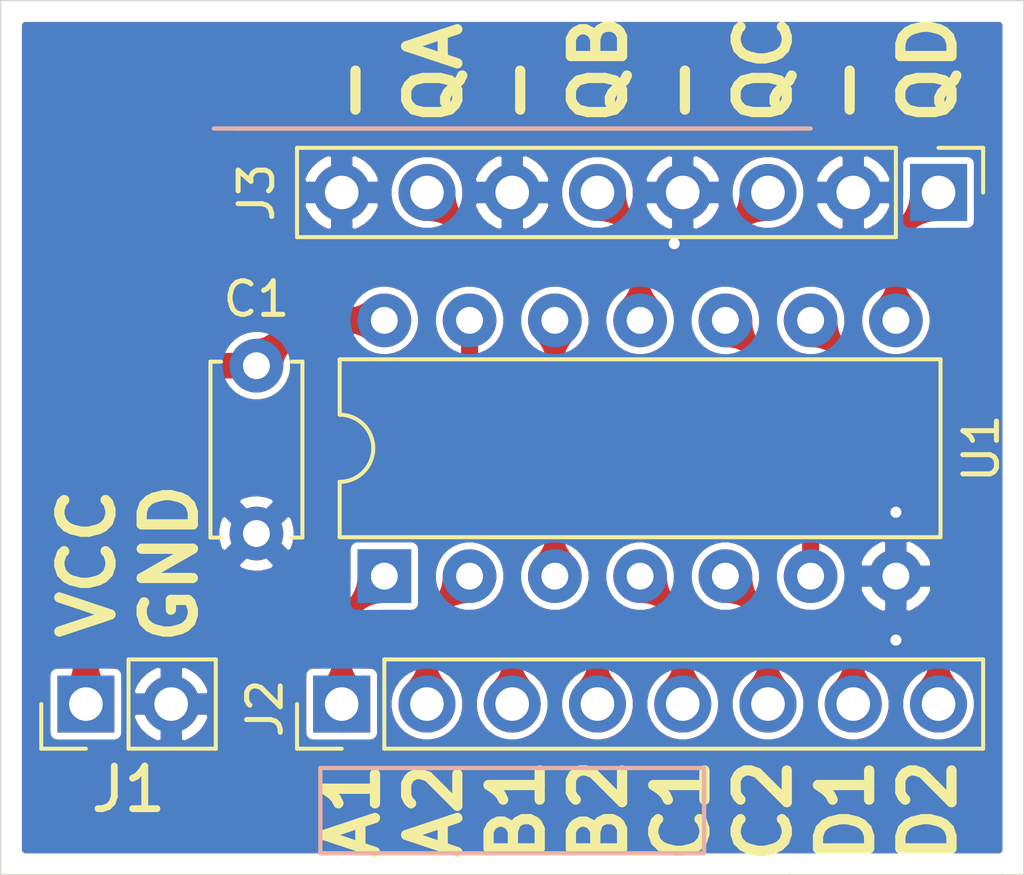
<source format=kicad_pcb>
(kicad_pcb (version 20171130) (host pcbnew 5.1.5-5.1.5)
  (title_block (rev 1))
  (layers (0 Front signal) (31 Back signal) (34 B.Paste user) (35 F.Paste user) (36 B.SilkS user) (37 F.SilkS user) (38 B.Mask user) (39 F.Mask user) (44 Edge.Cuts user))
  (net 0 "")
  (net 1 GND)
  (net 2 +5V)
  (net 3 /QC)
  (net 4 /QB)
  (net 5 /D2)
  (net 6 /B2)
  (net 7 /D1)
  (net 8 /B1)
  (net 9 /QD)
  (net 10 /QA)
  (net 11 /C2)
  (net 12 /A2)
  (net 13 /C1)
  (net 14 /A1)
  (module Symbol:KiCad-Logo_5mm_SilkScreen (layer Back) (at 142.24 64.77 270)
    (fp_text reference REF** hide)
    (fp_text value KiCad-Logo_5mm_SilkScreen hide)
  )
  (module Package_DIP:DIP-14_W7.62mm (layer Front) (at 149.86 73.025 90)
    (fp_text reference U1 (at 3.81 17.78 90) (layer F.SilkS))
    (fp_text value 74HC00)
    (pad 14 thru_hole oval (at 7.62 0 90) (size 1.6 1.6) (drill 0.8) (layers *.Cu *.Mask) (net 2 +5V))
    (pad 7 thru_hole oval (at 0 15.24 90) (size 1.6 1.6) (drill 0.8) (layers *.Cu *.Mask) (net 1 GND))
    (pad 13 thru_hole oval (at 7.62 2.54 90) (size 1.6 1.6) (drill 0.8) (layers *.Cu *.Mask) (net 8 /B1))
    (pad 6 thru_hole oval (at 0 12.7 90) (size 1.6 1.6) (drill 0.8) (layers *.Cu *.Mask) (net 3 /QC))
    (pad 12 thru_hole oval (at 7.62 5.08 90) (size 1.6 1.6) (drill 0.8) (layers *.Cu *.Mask) (net 6 /B2))
    (pad 5 thru_hole oval (at 0 10.16 90) (size 1.6 1.6) (drill 0.8) (layers *.Cu *.Mask) (net 11 /C2))
    (pad 11 thru_hole oval (at 7.62 7.62 90) (size 1.6 1.6) (drill 0.8) (layers *.Cu *.Mask) (net 4 /QB))
    (pad 4 thru_hole oval (at 0 7.62 90) (size 1.6 1.6) (drill 0.8) (layers *.Cu *.Mask) (net 13 /C1))
    (pad 10 thru_hole oval (at 7.62 10.16 90) (size 1.6 1.6) (drill 0.8) (layers *.Cu *.Mask) (net 7 /D1))
    (pad 3 thru_hole oval (at 0 5.08 90) (size 1.6 1.6) (drill 0.8) (layers *.Cu *.Mask) (net 10 /QA))
    (pad 9 thru_hole oval (at 7.62 12.7 90) (size 1.6 1.6) (drill 0.8) (layers *.Cu *.Mask) (net 5 /D2))
    (pad 2 thru_hole oval (at 0 2.54 90) (size 1.6 1.6) (drill 0.8) (layers *.Cu *.Mask) (net 12 /A2))
    (pad 8 thru_hole oval (at 7.62 15.24 90) (size 1.6 1.6) (drill 0.8) (layers *.Cu *.Mask) (net 9 /QD))
    (pad 1 thru_hole rect (at 0 0 90) (size 1.6 1.6) (drill 0.8) (layers *.Cu *.Mask) (net 14 /A1))
  )
  (module Connector_PinHeader_2.54mm:PinHeader_1x08_P2.54mm_Vertical (layer Front) (at 148.59 76.835 90)
    (fp_text reference J2 (at -0.127 -2.286 270) (layer F.SilkS))
    (fp_text value Conn_01x08_Male)
    (pad 8 thru_hole oval (at 0 17.78 90) (size 1.7 1.7) (drill 1) (layers *.Cu *.Mask) (net 5 /D2))
    (pad 7 thru_hole oval (at 0 15.24 90) (size 1.7 1.7) (drill 1) (layers *.Cu *.Mask) (net 7 /D1))
    (pad 6 thru_hole oval (at 0 12.7 90) (size 1.7 1.7) (drill 1) (layers *.Cu *.Mask) (net 11 /C2))
    (pad 5 thru_hole oval (at 0 10.16 90) (size 1.7 1.7) (drill 1) (layers *.Cu *.Mask) (net 13 /C1))
    (pad 4 thru_hole oval (at 0 7.62 90) (size 1.7 1.7) (drill 1) (layers *.Cu *.Mask) (net 6 /B2))
    (pad 3 thru_hole oval (at 0 5.08 90) (size 1.7 1.7) (drill 1) (layers *.Cu *.Mask) (net 8 /B1))
    (pad 2 thru_hole oval (at 0 2.54 90) (size 1.7 1.7) (drill 1) (layers *.Cu *.Mask) (net 12 /A2))
    (pad 1 thru_hole rect (at 0 0 90) (size 1.7 1.7) (drill 1) (layers *.Cu *.Mask) (net 14 /A1))
  )
  (module Connector_PinHeader_2.54mm:PinHeader_1x08_P2.54mm_Vertical (layer Front) (at 166.37 61.595 270)
    (fp_text reference J3 (at 0 20.32 90) (layer F.SilkS))
    (fp_text value Conn_01x08_Male)
    (pad 8 thru_hole oval (at 0 17.78 270) (size 1.7 1.7) (drill 1) (layers *.Cu *.Mask) (net 1 GND))
    (pad 7 thru_hole oval (at 0 15.24 270) (size 1.7 1.7) (drill 1) (layers *.Cu *.Mask) (net 10 /QA))
    (pad 6 thru_hole oval (at 0 12.7 270) (size 1.7 1.7) (drill 1) (layers *.Cu *.Mask) (net 1 GND))
    (pad 5 thru_hole oval (at 0 10.16 270) (size 1.7 1.7) (drill 1) (layers *.Cu *.Mask) (net 4 /QB))
    (pad 4 thru_hole oval (at 0 7.62 270) (size 1.7 1.7) (drill 1) (layers *.Cu *.Mask) (net 1 GND))
    (pad 3 thru_hole oval (at 0 5.08 270) (size 1.7 1.7) (drill 1) (layers *.Cu *.Mask) (net 3 /QC))
    (pad 2 thru_hole oval (at 0 2.54 270) (size 1.7 1.7) (drill 1) (layers *.Cu *.Mask) (net 1 GND))
    (pad 1 thru_hole rect (at 0 0 270) (size 1.7 1.7) (drill 1) (layers *.Cu *.Mask) (net 9 /QD))
  )
  (module Capacitor_THT:C_Disc_D5.0mm_W2.5mm_P5.00mm (layer Front) (at 146.05 66.755 270)
    (fp_text reference C1 (at -1.985 0 180) (layer F.SilkS))
    (fp_text value C)
    (pad 2 thru_hole circle (at 5 0 270) (size 1.6 1.6) (drill 0.8) (layers *.Cu *.Mask) (net 1 GND))
    (pad 1 thru_hole circle (at 0 0 270) (size 1.6 1.6) (drill 0.8) (layers *.Cu *.Mask) (net 2 +5V))
  )
  (module Connector_PinHeader_2.54mm:PinHeader_1x02_P2.54mm_Vertical (layer Front) (at 140.97 76.835 90)
    (fp_text reference J1 (at -2.54 1.27 180) (layer F.SilkS) (effects (font (size 1.27 1.27) (thickness 0.2032))))
    (fp_text value Conn_01x02_Male)
    (pad 1 thru_hole rect (at 0 0 90) (size 1.7 1.7) (drill 1) (layers *.Cu *.Mask) (net 2 +5V))
    (pad 2 thru_hole oval (at 0 2.54 90) (size 1.7 1.7) (drill 1) (layers *.Cu *.Mask) (net 1 GND))
  )
  (gr_line (start 147.955 78.74) (end 148.59 78.74) (layer B.SilkS) (width 0.127))
  (gr_line (start 147.955 81.28) (end 147.955 78.74) (layer B.SilkS) (width 0.127))
  (gr_line (start 148.59 81.28) (end 147.955 81.28) (layer B.SilkS) (width 0.127))
  (gr_line (start 159.385 81.28) (end 148.59 81.28) (layer B.SilkS) (width 0.127))
  (gr_line (start 159.385 78.74) (end 159.385 81.28) (layer B.SilkS) (width 0.127))
  (gr_line (start 158.75 78.74) (end 159.385 78.74) (layer B.SilkS) (width 0.127))
  (gr_line (start 148.59 78.74) (end 158.75 78.74) (layer B.SilkS) (width 0.127))
  (gr_line (start 144.78 59.69) (end 162.56 59.69) (layer B.SilkS) (width 0.127))
  (gr_line (start 161.925 59.69) (end 145.415 59.69) (layer B.SilkS) (width 0.127))
  (gr_text "VCC\nGND" (at 142.24 72.644 90) (layer F.SilkS) (effects (font (size 1.524 1.524) (thickness 0.3048))))
  (gr_line (start 138.43 81.915) (end 138.43 55.88) (layer Edge.Cuts) (width 0.0381))
  (gr_line (start 168.91 55.88) (end 138.43 55.88) (layer Edge.Cuts) (width 0.0381))
  (gr_text "-\nQA\n-\nQB\n-\nQC\n-\nQD" (at 157.48 59.69 90) (layer F.SilkS) (effects (font (size 1.524 1.524) (thickness 0.3048)) (justify left)))
  (gr_text "A1\nA2\nB1\nB2\nC1\nC2\nD1\nD2" (at 157.48 80.01 90) (layer F.SilkS) (effects (font (size 1.524 1.524) (thickness 0.3048))))
  (gr_line (start 168.91 81.915) (end 168.91 65.405) (layer Edge.Cuts) (width 0.0381))
  (gr_line (start 168.275 81.915) (end 168.91 81.915) (layer Edge.Cuts) (width 0.0381))
  (gr_line (start 161.925 81.915) (end 168.275 81.915) (layer Edge.Cuts) (width 0.0381))
  (gr_line (start 168.91 65.405) (end 168.91 55.88) (layer Edge.Cuts) (width 0.0381))
  (gr_line (start 138.43 81.915) (end 161.925 81.915) (layer Edge.Cuts) (width 0.0381))
  (via (at 158.496 63.119) (size 0.6858) (drill 0.3302) (layers Front Back) (net 1))
  (via (at 165.1 71.12) (size 0.6858) (drill 0.3302) (layers Front Back) (net 1))
  (via (at 165.1 74.93) (size 0.6858) (drill 0.3302) (layers Front Back) (net 1))
  (segment (start 147.4 65.405) (end 146.05 66.755) (width 0.762) (layer Front) (net 2))
  (segment (start 149.86 65.405) (end 147.4 65.405) (width 0.762) (layer Front) (net 2))
  (segment (start 140.97 70.70363) (end 140.97 75.223) (width 0.762) (layer Front) (net 2))
  (segment (start 140.97 75.223) (end 140.97 76.835) (width 0.762) (layer Front) (net 2))
  (segment (start 144.91863 66.755) (end 140.97 70.70363) (width 0.762) (layer Front) (net 2))
  (segment (start 146.05 66.755) (end 144.91863 66.755) (width 0.762) (layer Front) (net 2))
  (segment (start 162.56 71.89363) (end 158.75 68.08363) (width 0.508) (layer Front) (net 3))
  (segment (start 162.56 73.025) (end 162.56 71.89363) (width 0.508) (layer Front) (net 3))
  (segment (start 158.75 68.08363) (end 158.75 64.135) (width 0.508) (layer Front) (net 3))
  (segment (start 158.75 64.135) (end 161.29 61.595) (width 0.508) (layer Front) (net 3))
  (segment (start 157.48 62.865) (end 156.21 61.595) (width 0.508) (layer Front) (net 4))
  (segment (start 157.48 65.405) (end 157.48 62.865) (width 0.508) (layer Front) (net 4))
  (segment (start 166.37 69.215) (end 162.56 65.405) (width 0.508) (layer Front) (net 5))
  (segment (start 166.37 76.835) (end 166.37 69.215) (width 0.508) (layer Front) (net 5))
  (segment (start 156.21 76.835) (end 156.21 76.343618) (width 0.762) (layer Front) (net 6))
  (segment (start 156.21 76.835) (end 156.21 70.485) (width 0.508) (layer Front) (net 6))
  (segment (start 154.94 69.215) (end 154.94 65.405) (width 0.508) (layer Front) (net 6))
  (segment (start 156.21 70.485) (end 154.94 69.215) (width 0.508) (layer Front) (net 6))
  (segment (start 163.83 69.215) (end 160.02 65.405) (width 0.508) (layer Front) (net 7))
  (segment (start 163.83 76.835) (end 163.83 69.215) (width 0.508) (layer Front) (net 7))
  (segment (start 152.4 66.53637) (end 152.4 65.405) (width 0.508) (layer Front) (net 8))
  (segment (start 152.4 70.220802) (end 152.4 66.53637) (width 0.508) (layer Front) (net 8))
  (segment (start 153.67 71.490802) (end 152.4 70.220802) (width 0.508) (layer Front) (net 8))
  (segment (start 153.67 76.835) (end 153.67 71.490802) (width 0.508) (layer Front) (net 8))
  (segment (start 165.1 62.865) (end 166.37 61.595) (width 0.508) (layer Front) (net 9))
  (segment (start 165.1 65.405) (end 165.1 62.865) (width 0.508) (layer Front) (net 9))
  (segment (start 153.682799 64.147799) (end 153.67 64.135) (width 0.508) (layer Front) (net 10))
  (segment (start 153.682799 69.862799) (end 153.682799 64.147799) (width 0.508) (layer Front) (net 10))
  (segment (start 153.67 64.135) (end 151.13 61.595) (width 0.508) (layer Front) (net 10))
  (segment (start 154.94 71.12) (end 153.682799 69.862799) (width 0.508) (layer Front) (net 10))
  (segment (start 154.94 73.025) (end 154.94 71.12) (width 0.508) (layer Front) (net 10))
  (segment (start 161.29 74.295) (end 160.02 73.025) (width 0.508) (layer Front) (net 11))
  (segment (start 161.29 76.835) (end 161.29 74.295) (width 0.508) (layer Front) (net 11))
  (segment (start 151.13 74.295) (end 152.4 73.025) (width 0.508) (layer Front) (net 12))
  (segment (start 151.13 76.835) (end 151.13 74.295) (width 0.508) (layer Front) (net 12))
  (segment (start 158.75 74.295) (end 157.48 73.025) (width 0.508) (layer Front) (net 13))
  (segment (start 158.75 76.835) (end 158.75 74.295) (width 0.508) (layer Front) (net 13))
  (segment (start 148.59 74.295) (end 149.86 73.025) (width 0.508) (layer Front) (net 14))
  (segment (start 148.59 76.835) (end 148.59 74.295) (width 0.508) (layer Front) (net 14))
  (zone (net 1) (net_name GND) (layer Front) (connect_pads (clearance 0.2032)) (min_thickness 0.2032) (fill yes (arc_segments 32) (thermal_gap 0.3048) (thermal_bridge_width 0.635))
    (polygon (pts (xy 168.275 81.28) (xy 139.065 81.28) (xy 139.065 56.515) (xy 168.275 56.515)))
  )
  (zone (net 1) (net_name GND) (layer Back) (connect_pads (clearance 0.2032)) (min_thickness 0.2032) (fill yes (arc_segments 32) (thermal_gap 0.3048) (thermal_bridge_width 0.635))
    (polygon (pts (xy 168.275 56.515) (xy 139.065 56.515) (xy 139.065 81.28) (xy 168.275 81.28)))
  )
  (zone (net 2) (net_name +5V) (layer Front) (priority 16962) (connect_pads yes (clearance 0.2032)) (min_thickness 0.0254) (fill yes (arc_segments 32) (thermal_gap 0.508) (thermal_bridge_width 0.508))
    (polygon (pts (xy 146.600836 65.665349) (xy 146.594996 65.671163) (xy 146.589164 65.676919) (xy 146.583341 65.682615) (xy 146.577526 65.688253) (xy 146.57172 65.693832) (xy 146.565921 65.699351) (xy 146.560131 65.704812) (xy 146.55435 65.710214) (xy 146.548576 65.715557) (xy 146.542812 65.720841) (xy 146.537055 65.726066) (xy 146.531306 65.731232) (xy 146.525566 65.736339) (xy 146.519835 65.741388) (xy 146.514111 65.746377) (xy 146.508396 65.751307) (xy 146.502689 65.756179) (xy 146.496991 65.760991) (xy 146.491301 65.765745) (xy 146.485619 65.77044) (xy 146.479945 65.775075) (xy 146.47428 65.779652) (xy 146.468623 65.78417) (xy 146.462974 65.788629) (xy 146.457334 65.793029) (xy 146.451702 65.797369) (xy 146.446078 65.801651) (xy 146.440463 65.805875) (xy 146.434856 65.810039) (xy 146.429257 65.814144) (xy 146.423667 65.81819) (xy 146.418085 65.822178) (xy 146.412511 65.826106) (xy 146.406945 65.829975) (xy 146.401388 65.833786) (xy 146.395839 65.837537) (xy 146.390299 65.84123) (xy 146.384766 65.844864) (xy 146.379242 65.848438) (xy 146.373727 65.851954) (xy 146.368219 65.855411) (xy 146.36272 65.858809) (xy 146.35723 65.862148) (xy 146.351747 65.865428) (xy 146.346273 65.868649) (xy 146.340807 65.871811) (xy 146.33535 65.874915) (xy 146.329901 65.877959) (xy 146.32446 65.880944) (xy 146.319028 65.883871) (xy 146.313603 65.886738) (xy 146.308187 65.889546) (xy 146.30278 65.892296) (xy 146.297381 65.894987) (xy 146.29199 65.897618) (xy 146.286607 65.900191) (xy 146.281233 65.902705) (xy 146.275867 65.90516) (xy 146.270509 65.907556) (xy 146.26516 65.909893) (xy 146.259818 65.912171) (xy 146.254486 65.91439) (xy 146.249161 65.91655) (xy 146.243845 65.918651) (xy 146.238537 65.920693) (xy 146.233238 65.922677) (xy 146.227946 65.924601) (xy 146.222664 65.926467) (xy 146.217389 65.928273) (xy 146.212123 65.930021) (xy 146.206865 65.931709) (xy 146.201615 65.933339) (xy 146.196374 65.93491) (xy 146.191141 65.936422) (xy 146.185916 65.937875) (xy 146.1807 65.939268) (xy 146.175492 65.940603) (xy 146.170292 65.941879) (xy 146.1651 65.943097) (xy 146.159917 65.944255) (xy 146.154742 65.945354) (xy 146.149576 65.946394) (xy 146.144418 65.947376) (xy 146.139268 65.948298) (xy 146.134126 65.949161) (xy 146.128993 65.949966) (xy 146.123868 65.950712) (xy 146.118751 65.951398) (xy 146.113643 65.952026) (xy 146.108543 65.952595) (xy 146.103451 65.953104) (xy 146.098368 65.953555) (xy 146.093292 65.953947) (xy 146.088226 65.95428) (xy 146.083167 65.954554) (xy 146.078117 65.954769) (xy 146.073075 65.954926) (xy 146.068042 65.955023) (xy 146.063016 65.955061) (xy 146.058 65.955041) (xy 145.767158 67.037842) (xy 146.849959 66.747) (xy 146.849938 66.741983) (xy 146.849976 66.736957) (xy 146.850073 66.731924) (xy 146.85023 66.726882) (xy 146.850445 66.721832) (xy 146.850719 66.716773) (xy 146.851052 66.711707) (xy 146.851444 66.706631) (xy 146.851895 66.701548) (xy 146.852404 66.696456) (xy 146.852973 66.691356) (xy 146.853601 66.686248) (xy 146.854287 66.681131) (xy 146.855033 66.676006) (xy 146.855838 66.670873) (xy 146.856701 66.665731) (xy 146.857623 66.660581) (xy 146.858605 66.655423) (xy 146.859645 66.650257) (xy 146.860744 66.645082) (xy 146.861902 66.639899) (xy 146.86312 66.634707) (xy 146.864396 66.629507) (xy 146.865731 66.624299) (xy 146.867125 66.619083) (xy 146.868577 66.613858) (xy 146.870089 66.608625) (xy 146.87166 66.603384) (xy 146.87329 66.598134) (xy 146.874978 66.592876) (xy 146.876726 66.58761) (xy 146.878532 66.582335) (xy 146.880398 66.577053) (xy 146.882322 66.571761) (xy 146.884306 66.566462) (xy 146.886348 66.561154) (xy 146.888449 66.555838) (xy 146.890609 66.550513) (xy 146.892828 66.545181) (xy 146.895106 66.53984) (xy 146.897443 66.53449) (xy 146.899839 66.529132) (xy 146.902294 66.523766) (xy 146.904808 66.518392) (xy 146.907381 66.513009) (xy 146.910012 66.507618) (xy 146.912703 66.502219) (xy 146.915453 66.496812) (xy 146.918261 66.491396) (xy 146.921129 66.485972) (xy 146.924055 66.480539) (xy 146.92704 66.475098) (xy 146.930084 66.469649) (xy 146.933188 66.464192) (xy 146.93635 66.458726) (xy 146.939571 66.453252) (xy 146.942851 66.447769) (xy 146.94619 66.442279) (xy 146.949588 66.43678) (xy 146.953045 66.431272) (xy 146.956561 66.425757) (xy 146.960135 66.420233) (xy 146.963769 66.4147) (xy 146.967462 66.40916) (xy 146.971213 66.403611) (xy 146.975024 66.398054) (xy 146.978893 66.392488) (xy 146.982821 66.386914) (xy 146.986809 66.381332) (xy 146.990855 66.375742) (xy 146.99496 66.370143) (xy 146.999124 66.364536) (xy 147.003348 66.358921) (xy 147.00763 66.353297) (xy 147.011971 66.347665) (xy 147.01637 66.342025) (xy 147.020829 66.336376) (xy 147.025347 66.330719) (xy 147.029924 66.325054) (xy 147.034559 66.31938) (xy 147.039254 66.313698) (xy 147.044008 66.308008) (xy 147.04882 66.30231) (xy 147.053692 66.296603) (xy 147.058622 66.290888) (xy 147.063611 66.285164) (xy 147.06866 66.279433) (xy 147.073767 66.273693) (xy 147.078933 66.267944) (xy 147.084158 66.262188) (xy 147.089442 66.256423) (xy 147.094785 66.250649) (xy 147.100187 66.244868) (xy 147.105648 66.239078) (xy 147.111167 66.233279) (xy 147.116746 66.227473) (xy 147.122384 66.221658) (xy 147.12808 66.215835) (xy 147.133836 66.210003) (xy 147.139651 66.204164)))
  )
  (zone (net 2) (net_name +5V) (layer Front) (priority 16962) (connect_pads yes (clearance 0.2032)) (min_thickness 0.0254) (fill yes (arc_segments 32) (thermal_gap 0.508) (thermal_bridge_width 0.508))
    (polygon (pts (xy 148.7 65.786) (xy 148.70824 65.786017) (xy 148.716434 65.786071) (xy 148.724579 65.786161) (xy 148.732678 65.786286) (xy 148.740728 65.786447) (xy 148.748731 65.786644) (xy 148.756687 65.786876) (xy 148.764595 65.787145) (xy 148.772455 65.787449) (xy 148.780268 65.787789) (xy 148.788033 65.788165) (xy 148.795751 65.788577) (xy 148.803421 65.789024) (xy 148.811044 65.789508) (xy 148.818619 65.790027) (xy 148.826146 65.790582) (xy 148.833626 65.791172) (xy 148.841059 65.791799) (xy 148.848444 65.792461) (xy 148.855781 65.793159) (xy 148.863071 65.793893) (xy 148.870313 65.794663) (xy 148.877507 65.795468) (xy 148.884654 65.79631) (xy 148.891754 65.797187) (xy 148.898806 65.7981) (xy 148.90581 65.799048) (xy 148.912767 65.800033) (xy 148.919677 65.801053) (xy 148.926538 65.802109) (xy 148.933352 65.803201) (xy 148.940119 65.804329) (xy 148.946838 65.805492) (xy 148.95351 65.806691) (xy 148.960134 65.807927) (xy 148.96671 65.809197) (xy 148.973239 65.810504) (xy 148.97972 65.811847) (xy 148.986154 65.813225) (xy 148.99254 65.814639) (xy 148.998879 65.816089) (xy 149.00517 65.817575) (xy 149.011413 65.819096) (xy 149.017609 65.820653) (xy 149.023758 65.822247) (xy 149.029859 65.823875) (xy 149.035912 65.82554) (xy 149.041918 65.827241) (xy 149.047876 65.828977) (xy 149.053787 65.830749) (xy 149.05965 65.832557) (xy 149.065465 65.834401) (xy 149.071233 65.83628) (xy 149.076953 65.838195) (xy 149.082626 65.840147) (xy 149.088252 65.842133) (xy 149.093829 65.844156) (xy 149.09936 65.846215) (xy 149.104842 65.848309) (xy 149.110277 65.850439) (xy 149.115665 65.852605) (xy 149.121005 65.854807) (xy 149.126297 65.857044) (xy 149.131542 65.859317) (xy 149.136739 65.861627) (xy 149.141889 65.863971) (xy 149.146991 65.866352) (xy 149.152046 65.868769) (xy 149.157053 65.871221) (xy 149.162013 65.873709) (xy 149.166925 65.876233) (xy 149.171789 65.878793) (xy 149.176606 65.881388) (xy 149.181375 65.88402) (xy 149.186097 65.886687) (xy 149.190771 65.88939) (xy 149.195398 65.892128) (xy 149.199977 65.894903) (xy 149.204508 65.897713) (xy 149.208992 65.900559) (xy 149.213429 65.903441) (xy 149.217818 65.906359) (xy 149.222159 65.909312) (xy 149.226453 65.912302) (xy 149.230699 65.915327) (xy 149.234898 65.918388) (xy 149.239049 65.921484) (xy 149.243152 65.924617) (xy 149.247208 65.927785) (xy 149.251217 65.930989) (xy 149.255178 65.934229) (xy 149.259091 65.937505) (xy 149.262957 65.940816) (xy 149.266775 65.944164) (xy 149.270546 65.947547) (xy 149.274269 65.950966) (xy 149.277944 65.954421) (xy 149.281572 65.957911) (xy 149.285153 65.961437) (xy 149.288686 65.965) (xy 150.26 65.405) (xy 149.288686 64.845) (xy 149.285153 64.848562) (xy 149.281572 64.852088) (xy 149.277944 64.855578) (xy 149.274269 64.859033) (xy 149.270546 64.862452) (xy 149.266775 64.865835) (xy 149.262957 64.869183) (xy 149.259091 64.872494) (xy 149.255178 64.87577) (xy 149.251217 64.87901) (xy 149.247208 64.882214) (xy 149.243152 64.885382) (xy 149.239049 64.888515) (xy 149.234898 64.891611) (xy 149.230699 64.894672) (xy 149.226453 64.897697) (xy 149.222159 64.900687) (xy 149.217818 64.90364) (xy 149.213429 64.906558) (xy 149.208992 64.90944) (xy 149.204508 64.912286) (xy 149.199977 64.915096) (xy 149.195398 64.917871) (xy 149.190771 64.920609) (xy 149.186097 64.923312) (xy 149.181375 64.925979) (xy 149.176606 64.928611) (xy 149.171789 64.931206) (xy 149.166925 64.933766) (xy 149.162013 64.93629) (xy 149.157053 64.938778) (xy 149.152046 64.94123) (xy 149.146991 64.943647) (xy 149.141889 64.946028) (xy 149.136739 64.948372) (xy 149.131542 64.950682) (xy 149.126297 64.952955) (xy 149.121005 64.955192) (xy 149.115665 64.957394) (xy 149.110277 64.95956) (xy 149.104842 64.96169) (xy 149.09936 64.963784) (xy 149.093829 64.965843) (xy 149.088252 64.967866) (xy 149.082626 64.969852) (xy 149.076953 64.971804) (xy 149.071233 64.973719) (xy 149.065465 64.975598) (xy 149.05965 64.977442) (xy 149.053787 64.97925) (xy 149.047876 64.981022) (xy 149.041918 64.982758) (xy 149.035912 64.984459) (xy 149.029859 64.986124) (xy 149.023758 64.987752) (xy 149.017609 64.989346) (xy 149.011413 64.990903) (xy 149.00517 64.992424) (xy 148.998879 64.99391) (xy 148.99254 64.99536) (xy 148.986154 64.996774) (xy 148.97972 64.998152) (xy 148.973239 64.999495) (xy 148.96671 65.000802) (xy 148.960134 65.002072) (xy 148.95351 65.003308) (xy 148.946838 65.004507) (xy 148.940119 65.00567) (xy 148.933352 65.006798) (xy 148.926538 65.00789) (xy 148.919677 65.008946) (xy 148.912767 65.009966) (xy 148.90581 65.010951) (xy 148.898806 65.011899) (xy 148.891754 65.012812) (xy 148.884654 65.013689) (xy 148.877507 65.014531) (xy 148.870313 65.015336) (xy 148.863071 65.016106) (xy 148.855781 65.01684) (xy 148.848444 65.017538) (xy 148.841059 65.0182) (xy 148.833626 65.018827) (xy 148.826146 65.019417) (xy 148.818619 65.019972) (xy 148.811044 65.020491) (xy 148.803421 65.020975) (xy 148.795751 65.021422) (xy 148.788033 65.021834) (xy 148.780268 65.02221) (xy 148.772455 65.02255) (xy 148.764595 65.022854) (xy 148.756687 65.023123) (xy 148.748731 65.023355) (xy 148.740728 65.023552) (xy 148.732678 65.023713) (xy 148.724579 65.023838) (xy 148.716434 65.023928) (xy 148.70824 65.023982) (xy 148.7 65.024)))
  )
  (zone (net 2) (net_name +5V) (layer Front) (priority 16962) (connect_pads yes (clearance 0.2032)) (min_thickness 0.0254) (fill yes (arc_segments 32) (thermal_gap 0.508) (thermal_bridge_width 0.508))
    (polygon (pts (xy 140.589 75.602501) (xy 140.588978 75.610794) (xy 140.588914 75.619047) (xy 140.588807 75.627258) (xy 140.588657 75.635428) (xy 140.588465 75.643557) (xy 140.588229 75.651645) (xy 140.587951 75.659692) (xy 140.58763 75.667697) (xy 140.587266 75.675661) (xy 140.58686 75.683584) (xy 140.58641 75.691466) (xy 140.585918 75.699307) (xy 140.585383 75.707106) (xy 140.584805 75.714864) (xy 140.584185 75.722581) (xy 140.583521 75.730257) (xy 140.582815 75.737892) (xy 140.582066 75.745485) (xy 140.581274 75.753038) (xy 140.58044 75.760549) (xy 140.579562 75.768019) (xy 140.578642 75.775447) (xy 140.577679 75.782835) (xy 140.576673 75.790181) (xy 140.575625 75.797486) (xy 140.574533 75.80475) (xy 140.573399 75.811973) (xy 140.572222 75.819155) (xy 140.571003 75.826295) (xy 140.56974 75.833394) (xy 140.568435 75.840452) (xy 140.567086 75.847469) (xy 140.565695 75.854445) (xy 140.564262 75.861379) (xy 140.562785 75.868272) (xy 140.561266 75.875124) (xy 140.559703 75.881935) (xy 140.558098 75.888705) (xy 140.556451 75.895433) (xy 140.55476 75.902121) (xy 140.553027 75.908767) (xy 140.55125 75.915372) (xy 140.549431 75.921935) (xy 140.54757 75.928458) (xy 140.545665 75.934939) (xy 140.543718 75.941379) (xy 140.541727 75.947778) (xy 140.539694 75.954136) (xy 140.537619 75.960453) (xy 140.5355 75.966728) (xy 140.533339 75.972962) (xy 140.531134 75.979155) (xy 140.528887 75.985307) (xy 140.526598 75.991418) (xy 140.524265 75.997487) (xy 140.52189 76.003515) (xy 140.519471 76.009502) (xy 140.51701 76.015448) (xy 140.514507 76.021353) (xy 140.51196 76.027216) (xy 140.509371 76.033039) (xy 140.506738 76.03882) (xy 140.504063 76.04456) (xy 140.501346 76.050258) (xy 140.498585 76.055916) (xy 140.495782 76.061532) (xy 140.492935 76.067107) (xy 140.490046 76.072641) (xy 140.487115 76.078134) (xy 140.48414 76.083585) (xy 140.481123 76.088996) (xy 140.478062 76.094365) (xy 140.474959 76.099693) (xy 140.471813 76.10498) (xy 140.468625 76.110225) (xy 140.465393 76.11543) (xy 140.462119 76.120593) (xy 140.458802 76.125715) (xy 140.455442 76.130796) (xy 140.45204 76.135836) (xy 140.448594 76.140834) (xy 140.445106 76.145791) (xy 140.441575 76.150707) (xy 140.438001 76.155582) (xy 140.434385 76.160416) (xy 140.430725 76.165208) (xy 140.427023 76.16996) (xy 140.423278 76.17467) (xy 140.41949 76.179339) (xy 140.41566 76.183967) (xy 140.411786 76.188553) (xy 140.40787 76.193098) (xy 140.403911 76.197603) (xy 140.399909 76.202066) (xy 140.395865 76.206487) (xy 140.391777 76.210868) (xy 140.387647 76.215207) (xy 140.383474 76.219506) (xy 140.379258 76.223763) (xy 140.375 76.227979) (xy 140.97 77.26) (xy 141.565 76.227979) (xy 141.560741 76.223763) (xy 141.556525 76.219506) (xy 141.552352 76.215207) (xy 141.548222 76.210868) (xy 141.544134 76.206487) (xy 141.54009 76.202066) (xy 141.536088 76.197603) (xy 141.532129 76.193098) (xy 141.528213 76.188553) (xy 141.524339 76.183967) (xy 141.520509 76.179339) (xy 141.516721 76.17467) (xy 141.512976 76.16996) (xy 141.509274 76.165208) (xy 141.505614 76.160416) (xy 141.501998 76.155582) (xy 141.498424 76.150707) (xy 141.494893 76.145791) (xy 141.491405 76.140834) (xy 141.487959 76.135836) (xy 141.484557 76.130796) (xy 141.481197 76.125715) (xy 141.47788 76.120593) (xy 141.474606 76.11543) (xy 141.471374 76.110225) (xy 141.468186 76.10498) (xy 141.46504 76.099693) (xy 141.461937 76.094365) (xy 141.458876 76.088996) (xy 141.455859 76.083585) (xy 141.452884 76.078134) (xy 141.449953 76.072641) (xy 141.447064 76.067107) (xy 141.444217 76.061532) (xy 141.441414 76.055916) (xy 141.438653 76.050258) (xy 141.435936 76.04456) (xy 141.433261 76.03882) (xy 141.430628 76.033039) (xy 141.428039 76.027216) (xy 141.425492 76.021353) (xy 141.422989 76.015448) (xy 141.420528 76.009502) (xy 141.418109 76.003515) (xy 141.415734 75.997487) (xy 141.413401 75.991418) (xy 141.411112 75.985307) (xy 141.408865 75.979155) (xy 141.40666 75.972962) (xy 141.404499 75.966728) (xy 141.40238 75.960453) (xy 141.400305 75.954136) (xy 141.398272 75.947778) (xy 141.396281 75.941379) (xy 141.394334 75.934939) (xy 141.392429 75.928458) (xy 141.390568 75.921935) (xy 141.388749 75.915372) (xy 141.386972 75.908767) (xy 141.385239 75.902121) (xy 141.383548 75.895433) (xy 141.381901 75.888705) (xy 141.380296 75.881935) (xy 141.378733 75.875124) (xy 141.377214 75.868272) (xy 141.375737 75.861379) (xy 141.374304 75.854445) (xy 141.372913 75.847469) (xy 141.371564 75.840452) (xy 141.370259 75.833394) (xy 141.368996 75.826295) (xy 141.367777 75.819155) (xy 141.3666 75.811973) (xy 141.365466 75.80475) (xy 141.364374 75.797486) (xy 141.363326 75.790181) (xy 141.36232 75.782835) (xy 141.361357 75.775447) (xy 141.360437 75.768019) (xy 141.359559 75.760549) (xy 141.358725 75.753038) (xy 141.357933 75.745485) (xy 141.357184 75.737892) (xy 141.356478 75.730257) (xy 141.355814 75.722581) (xy 141.355194 75.714864) (xy 141.354616 75.707106) (xy 141.354081 75.699307) (xy 141.353589 75.691466) (xy 141.353139 75.683584) (xy 141.352733 75.675661) (xy 141.352369 75.667697) (xy 141.352048 75.659692) (xy 141.35177 75.651645) (xy 141.351534 75.643557) (xy 141.351342 75.635428) (xy 141.351192 75.627258) (xy 141.351085 75.619047) (xy 141.351021 75.610794) (xy 141.351 75.602501)))
  )
  (zone (net 3) (net_name /QC) (layer Front) (priority 16962) (connect_pads yes (clearance 0.2032)) (min_thickness 0.0254) (fill yes (arc_segments 32) (thermal_gap 0.508) (thermal_bridge_width 0.508))
    (polygon (pts (xy 160.452176 62.792035) (xy 160.459225 62.785033) (xy 160.4663 62.778103) (xy 160.4734 62.771244) (xy 160.480525 62.764457) (xy 160.487675 62.757741) (xy 160.49485 62.751096) (xy 160.50205 62.744523) (xy 160.509276 62.73802) (xy 160.516526 62.73159) (xy 160.523802 62.72523) (xy 160.531103 62.718942) (xy 160.538429 62.712725) (xy 160.54578 62.70658) (xy 160.553156 62.700506) (xy 160.560558 62.694503) (xy 160.567984 62.688571) (xy 160.575436 62.682711) (xy 160.582912 62.676922) (xy 160.590414 62.671205) (xy 160.597941 62.665558) (xy 160.605493 62.659984) (xy 160.61307 62.65448) (xy 160.620673 62.649048) (xy 160.6283 62.643687) (xy 160.635953 62.638397) (xy 160.64363 62.633179) (xy 160.651333 62.628032) (xy 160.659061 62.622956) (xy 160.666814 62.617952) (xy 160.674593 62.613019) (xy 160.682396 62.608158) (xy 160.690224 62.603367) (xy 160.698078 62.598648) (xy 160.705957 62.594001) (xy 160.71386 62.589424) (xy 160.721789 62.584919) (xy 160.729743 62.580486) (xy 160.737723 62.576123) (xy 160.745727 62.571832) (xy 160.753756 62.567613) (xy 160.761811 62.563464) (xy 160.769891 62.559387) (xy 160.777995 62.555381) (xy 160.786125 62.551447) (xy 160.79428 62.547584) (xy 160.802461 62.543792) (xy 160.810666 62.540072) (xy 160.818896 62.536423) (xy 160.827152 62.532845) (xy 160.835433 62.529339) (xy 160.843738 62.525903) (xy 160.852069 62.52254) (xy 160.860425 62.519247) (xy 160.868806 62.516026) (xy 160.877213 62.512876) (xy 160.885644 62.509798) (xy 160.894101 62.506791) (xy 160.902582 62.503855) (xy 160.911089 62.50099) (xy 160.919621 62.498197) (xy 160.928178 62.495475) (xy 160.93676 62.492825) (xy 160.945368 62.490245) (xy 160.954 62.487737) (xy 160.962658 62.485301) (xy 160.97134 62.482936) (xy 160.980048 62.480642) (xy 160.988781 62.478419) (xy 160.997539 62.476268) (xy 161.006322 62.474188) (xy 161.01513 62.472179) (xy 161.023964 62.470242) (xy 161.032822 62.468376) (xy 161.041706 62.466582) (xy 161.050615 62.464858) (xy 161.059549 62.463206) (xy 161.068508 62.461626) (xy 161.077492 62.460116) (xy 161.086501 62.458678) (xy 161.095536 62.457312) (xy 161.104595 62.456016) (xy 161.11368 62.454792) (xy 161.122789 62.45364) (xy 161.131924 62.452558) (xy 161.141084 62.451548) (xy 161.150269 62.450609) (xy 161.15948 62.449742) (xy 161.168715 62.448946) (xy 161.177976 62.448221) (xy 161.187261 62.447568) (xy 161.196572 62.446986) (xy 161.205908 62.446475) (xy 161.215269 62.446035) (xy 161.224655 62.445667) (xy 161.234066 62.445371) (xy 161.243503 62.445145) (xy 161.252964 62.444991) (xy 161.262451 62.444908) (xy 161.271963 62.444897) (xy 161.2815 62.444957) (xy 161.59052 61.29448) (xy 160.440043 61.6035) (xy 160.440102 61.613036) (xy 160.440091 61.622548) (xy 160.440008 61.632035) (xy 160.439854 61.641496) (xy 160.439628 61.650933) (xy 160.439332 61.660344) (xy 160.438964 61.66973) (xy 160.438524 61.679091) (xy 160.438013 61.688427) (xy 160.437431 61.697738) (xy 160.436778 61.707023) (xy 160.436053 61.716284) (xy 160.435257 61.725519) (xy 160.43439 61.73473) (xy 160.433451 61.743915) (xy 160.432441 61.753075) (xy 160.431359 61.76221) (xy 160.430207 61.771319) (xy 160.428983 61.780404) (xy 160.427687 61.789464) (xy 160.426321 61.798498) (xy 160.424883 61.807507) (xy 160.423373 61.816491) (xy 160.421793 61.82545) (xy 160.420141 61.834384) (xy 160.418417 61.843293) (xy 160.416623 61.852177) (xy 160.414757 61.861035) (xy 160.41282 61.869869) (xy 160.410811 61.878677) (xy 160.408731 61.88746) (xy 160.40658 61.896218) (xy 160.404357 61.904951) (xy 160.402063 61.913659) (xy 160.399698 61.922341) (xy 160.397262 61.930999) (xy 160.394754 61.939631) (xy 160.392174 61.948239) (xy 160.389524 61.956821) (xy 160.386802 61.965378) (xy 160.384009 61.97391) (xy 160.381144 61.982417) (xy 160.378208 61.990898) (xy 160.375201 61.999355) (xy 160.372123 62.007786) (xy 160.368973 62.016193) (xy 160.365752 62.024574) (xy 160.362459 62.03293) (xy 160.359096 62.041261) (xy 160.355661 62.049567) (xy 160.352154 62.057847) (xy 160.348576 62.066103) (xy 160.344927 62.074333) (xy 160.341207 62.082538) (xy 160.337415 62.090719) (xy 160.333552 62.098874) (xy 160.329618 62.107004) (xy 160.325612 62.115108) (xy 160.321535 62.123188) (xy 160.317386 62.131243) (xy 160.313167 62.139272) (xy 160.308876 62.147276) (xy 160.304513 62.155256) (xy 160.30008 62.16321) (xy 160.295575 62.171139) (xy 160.290998 62.179042) (xy 160.286351 62.186921) (xy 160.281632 62.194775) (xy 160.276841 62.202603) (xy 160.27198 62.210407) (xy 160.267047 62.218185) (xy 160.262043 62.225938) (xy 160.256967 62.233666) (xy 160.25182 62.241369) (xy 160.246602 62.249046) (xy 160.241312 62.256699) (xy 160.235951 62.264326) (xy 160.230519 62.271929) (xy 160.225015 62.279506) (xy 160.219441 62.287058) (xy 160.213794 62.294585) (xy 160.208077 62.302087) (xy 160.202288 62.309563) (xy 160.196428 62.317015) (xy 160.190496 62.324441) (xy 160.184493 62.331843) (xy 160.178419 62.339219) (xy 160.172274 62.34657) (xy 160.166057 62.353896) (xy 160.159769 62.361197) (xy 160.153409 62.368473) (xy 160.146979 62.375723) (xy 160.140476 62.382949) (xy 160.133903 62.390149) (xy 160.127258 62.397324) (xy 160.120542 62.404474) (xy 160.113755 62.411599) (xy 160.106896 62.418699) (xy 160.099966 62.425774) (xy 160.092965 62.432824)))
  )
  (zone (net 4) (net_name /QB) (layer Front) (priority 16962) (connect_pads yes (clearance 0.2032)) (min_thickness 0.0254) (fill yes (arc_segments 32) (thermal_gap 0.508) (thermal_bridge_width 0.508))
    (polygon (pts (xy 157.407035 62.432824) (xy 157.400033 62.425774) (xy 157.393103 62.418699) (xy 157.386244 62.411599) (xy 157.379457 62.404474) (xy 157.372741 62.397324) (xy 157.366096 62.390149) (xy 157.359523 62.382949) (xy 157.35302 62.375723) (xy 157.34659 62.368473) (xy 157.34023 62.361197) (xy 157.333942 62.353896) (xy 157.327725 62.34657) (xy 157.32158 62.339219) (xy 157.315506 62.331843) (xy 157.309503 62.324441) (xy 157.303571 62.317015) (xy 157.297711 62.309563) (xy 157.291922 62.302087) (xy 157.286205 62.294585) (xy 157.280558 62.287058) (xy 157.274984 62.279506) (xy 157.26948 62.271929) (xy 157.264048 62.264326) (xy 157.258687 62.256699) (xy 157.253397 62.249046) (xy 157.248179 62.241369) (xy 157.243032 62.233666) (xy 157.237956 62.225938) (xy 157.232952 62.218185) (xy 157.228019 62.210406) (xy 157.223158 62.202603) (xy 157.218367 62.194775) (xy 157.213648 62.186921) (xy 157.209001 62.179042) (xy 157.204424 62.171139) (xy 157.199919 62.16321) (xy 157.195486 62.155256) (xy 157.191123 62.147276) (xy 157.186832 62.139272) (xy 157.182613 62.131243) (xy 157.178464 62.123188) (xy 157.174387 62.115108) (xy 157.170381 62.107004) (xy 157.166447 62.098874) (xy 157.162584 62.090719) (xy 157.158792 62.082538) (xy 157.155072 62.074333) (xy 157.151423 62.066103) (xy 157.147845 62.057847) (xy 157.144339 62.049567) (xy 157.140903 62.041261) (xy 157.13754 62.03293) (xy 157.134247 62.024574) (xy 157.131026 62.016193) (xy 157.127876 62.007786) (xy 157.124798 61.999355) (xy 157.121791 61.990898) (xy 157.118855 61.982417) (xy 157.11599 61.97391) (xy 157.113197 61.965378) (xy 157.110475 61.956821) (xy 157.107825 61.948239) (xy 157.105245 61.939631) (xy 157.102737 61.930999) (xy 157.100301 61.922341) (xy 157.097936 61.913659) (xy 157.095642 61.904951) (xy 157.093419 61.896218) (xy 157.091268 61.88746) (xy 157.089188 61.878677) (xy 157.087179 61.869869) (xy 157.085242 61.861035) (xy 157.083376 61.852177) (xy 157.081582 61.843293) (xy 157.079858 61.834384) (xy 157.078206 61.82545) (xy 157.076626 61.816491) (xy 157.075116 61.807507) (xy 157.073678 61.798498) (xy 157.072312 61.789464) (xy 157.071016 61.780404) (xy 157.069792 61.771319) (xy 157.06864 61.76221) (xy 157.067558 61.753075) (xy 157.066548 61.743915) (xy 157.065609 61.73473) (xy 157.064742 61.725519) (xy 157.063946 61.716284) (xy 157.063221 61.707023) (xy 157.062568 61.697738) (xy 157.061986 61.688427) (xy 157.061475 61.679091) (xy 157.061035 61.66973) (xy 157.060667 61.660344) (xy 157.060371 61.650933) (xy 157.060145 61.641496) (xy 157.059991 61.632035) (xy 157.059908 61.622548) (xy 157.059897 61.613036) (xy 157.059957 61.6035) (xy 155.90948 61.29448) (xy 156.2185 62.444957) (xy 156.228036 62.444897) (xy 156.237548 62.444908) (xy 156.247035 62.444991) (xy 156.256496 62.445145) (xy 156.265933 62.445371) (xy 156.275344 62.445667) (xy 156.28473 62.446035) (xy 156.294091 62.446475) (xy 156.303427 62.446986) (xy 156.312738 62.447568) (xy 156.322023 62.448221) (xy 156.331284 62.448946) (xy 156.340519 62.449742) (xy 156.34973 62.450609) (xy 156.358915 62.451548) (xy 156.368075 62.452558) (xy 156.37721 62.45364) (xy 156.386319 62.454792) (xy 156.395404 62.456016) (xy 156.404464 62.457312) (xy 156.413498 62.458678) (xy 156.422507 62.460116) (xy 156.431491 62.461626) (xy 156.44045 62.463206) (xy 156.449384 62.464858) (xy 156.458293 62.466582) (xy 156.467177 62.468376) (xy 156.476035 62.470242) (xy 156.484869 62.472179) (xy 156.493677 62.474188) (xy 156.50246 62.476268) (xy 156.511218 62.478419) (xy 156.519951 62.480642) (xy 156.528659 62.482936) (xy 156.537341 62.485301) (xy 156.545999 62.487737) (xy 156.554631 62.490245) (xy 156.563239 62.492825) (xy 156.571821 62.495475) (xy 156.580378 62.498197) (xy 156.58891 62.50099) (xy 156.597417 62.503855) (xy 156.605898 62.506791) (xy 156.614355 62.509798) (xy 156.622786 62.512876) (xy 156.631193 62.516026) (xy 156.639574 62.519247) (xy 156.64793 62.52254) (xy 156.656261 62.525903) (xy 156.664567 62.529339) (xy 156.672847 62.532845) (xy 156.681103 62.536423) (xy 156.689333 62.540072) (xy 156.697538 62.543792) (xy 156.705719 62.547584) (xy 156.713874 62.551447) (xy 156.722004 62.555381) (xy 156.730108 62.559387) (xy 156.738188 62.563464) (xy 156.746243 62.567613) (xy 156.754272 62.571832) (xy 156.762276 62.576123) (xy 156.770256 62.580486) (xy 156.77821 62.584919) (xy 156.786139 62.589424) (xy 156.794042 62.594001) (xy 156.801921 62.598648) (xy 156.809775 62.603367) (xy 156.817603 62.608158) (xy 156.825407 62.613019) (xy 156.833185 62.617952) (xy 156.840938 62.622956) (xy 156.848666 62.628032) (xy 156.856369 62.633179) (xy 156.864046 62.638397) (xy 156.871699 62.643687) (xy 156.879326 62.649048) (xy 156.886929 62.65448) (xy 156.894506 62.659984) (xy 156.902058 62.665558) (xy 156.909585 62.671205) (xy 156.917087 62.676922) (xy 156.924563 62.682711) (xy 156.932015 62.688571) (xy 156.939441 62.694503) (xy 156.946843 62.700506) (xy 156.954219 62.70658) (xy 156.96157 62.712725) (xy 156.968896 62.718942) (xy 156.976197 62.72523) (xy 156.983473 62.73159) (xy 156.990723 62.73802) (xy 156.997949 62.744523) (xy 157.005149 62.751096) (xy 157.012324 62.757741) (xy 157.019474 62.764457) (xy 157.026599 62.771244) (xy 157.033699 62.778103) (xy 157.040774 62.785033) (xy 157.047824 62.792035)))
  )
  (zone (net 4) (net_name /QB) (layer Front) (priority 16962) (connect_pads yes (clearance 0.2032)) (min_thickness 0.0254) (fill yes (arc_segments 32) (thermal_gap 0.508) (thermal_bridge_width 0.508))
    (polygon (pts (xy 157.226 64.086847) (xy 157.225969 64.09577) (xy 157.225877 64.104664) (xy 157.225724 64.113528) (xy 157.22551 64.122363) (xy 157.225235 64.131169) (xy 157.224898 64.139945) (xy 157.2245 64.148692) (xy 157.224041 64.15741) (xy 157.223521 64.166098) (xy 157.22294 64.174757) (xy 157.222297 64.183386) (xy 157.221593 64.191986) (xy 157.220828 64.200557) (xy 157.220002 64.209098) (xy 157.219115 64.21761) (xy 157.218166 64.226092) (xy 157.217156 64.234545) (xy 157.216085 64.242969) (xy 157.214953 64.251363) (xy 157.21376 64.259728) (xy 157.212505 64.268063) (xy 157.211189 64.276369) (xy 157.209812 64.284646) (xy 157.208374 64.292893) (xy 157.206875 64.301111) (xy 157.205314 64.3093) (xy 157.203692 64.317459) (xy 157.20201 64.325588) (xy 157.200265 64.333689) (xy 157.19846 64.34176) (xy 157.196593 64.349801) (xy 157.194666 64.357813) (xy 157.192677 64.365796) (xy 157.190626 64.373749) (xy 157.188515 64.381673) (xy 157.186342 64.389568) (xy 157.184109 64.397433) (xy 157.181814 64.405269) (xy 157.179457 64.413075) (xy 157.17704 64.420852) (xy 157.174561 64.4286) (xy 157.172022 64.436318) (xy 157.169421 64.444007) (xy 157.166758 64.451666) (xy 157.164035 64.459296) (xy 157.16125 64.466897) (xy 157.158405 64.474468) (xy 157.155498 64.48201) (xy 157.152529 64.489523) (xy 157.1495 64.497006) (xy 157.146409 64.504459) (xy 157.143258 64.511884) (xy 157.140045 64.519279) (xy 157.13677 64.526644) (xy 157.133435 64.53398) (xy 157.130038 64.541287) (xy 157.126581 64.548564) (xy 157.123062 64.555812) (xy 157.119481 64.563031) (xy 157.11584 64.57022) (xy 157.112137 64.57738) (xy 157.108374 64.58451) (xy 157.104549 64.591611) (xy 157.100662 64.598683) (xy 157.096715 64.605725) (xy 157.092706 64.612738) (xy 157.088637 64.619721) (xy 157.084506 64.626675) (xy 157.080313 64.6336) (xy 157.07606 64.640495) (xy 157.071745 64.647361) (xy 157.06737 64.654198) (xy 157.062932 64.661005) (xy 157.058434 64.667782) (xy 157.053875 64.674531) (xy 157.049254 64.681249) (xy 157.044572 64.687939) (xy 157.039829 64.694599) (xy 157.035025 64.70123) (xy 157.03016 64.707831) (xy 157.025233 64.714403) (xy 157.020245 64.720946) (xy 157.015196 64.727459) (xy 157.010086 64.733943) (xy 157.004915 64.740397) (xy 156.999682 64.746822) (xy 156.994388 64.753217) (xy 156.989033 64.759584) (xy 156.983617 64.76592) (xy 156.97814 64.772228) (xy 156.972601 64.778506) (xy 156.967001 64.784755) (xy 156.96134 64.790974) (xy 156.955618 64.797164) (xy 156.949835 64.803324) (xy 156.94399 64.809455) (xy 156.938084 64.815557) (xy 156.932117 64.821629) (xy 156.926089 64.827672) (xy 156.92 64.833686) (xy 157.48 65.805) (xy 158.04 64.833686) (xy 158.03391 64.827672) (xy 158.027882 64.821629) (xy 158.021915 64.815557) (xy 158.016009 64.809455) (xy 158.010164 64.803324) (xy 158.004381 64.797164) (xy 157.998659 64.790974) (xy 157.992998 64.784755) (xy 157.987398 64.778506) (xy 157.981859 64.772228) (xy 157.976382 64.76592) (xy 157.970966 64.759584) (xy 157.965611 64.753217) (xy 157.960317 64.746822) (xy 157.955084 64.740397) (xy 157.949913 64.733943) (xy 157.944803 64.727459) (xy 157.939754 64.720946) (xy 157.934766 64.714403) (xy 157.929839 64.707831) (xy 157.924974 64.70123) (xy 157.92017 64.694599) (xy 157.915427 64.687939) (xy 157.910745 64.681249) (xy 157.906124 64.674531) (xy 157.901565 64.667782) (xy 157.897067 64.661005) (xy 157.892629 64.654198) (xy 157.888254 64.647361) (xy 157.883939 64.640495) (xy 157.879686 64.6336) (xy 157.875493 64.626675) (xy 157.871362 64.619721) (xy 157.867293 64.612738) (xy 157.863284 64.605725) (xy 157.859337 64.598683) (xy 157.85545 64.591611) (xy 157.851625 64.58451) (xy 157.847862 64.57738) (xy 157.844159 64.57022) (xy 157.840518 64.563031) (xy 157.836937 64.555812) (xy 157.833418 64.548564) (xy 157.829961 64.541287) (xy 157.826564 64.53398) (xy 157.823229 64.526644) (xy 157.819954 64.519279) (xy 157.816741 64.511884) (xy 157.81359 64.504459) (xy 157.810499 64.497006) (xy 157.80747 64.489523) (xy 157.804501 64.48201) (xy 157.801594 64.474468) (xy 157.798749 64.466897) (xy 157.795964 64.459296) (xy 157.793241 64.451666) (xy 157.790578 64.444007) (xy 157.787977 64.436318) (xy 157.785438 64.4286) (xy 157.782959 64.420852) (xy 157.780542 64.413075) (xy 157.778185 64.405269) (xy 157.77589 64.397433) (xy 157.773657 64.389568) (xy 157.771484 64.381673) (xy 157.769373 64.373749) (xy 157.767322 64.365796) (xy 157.765333 64.357813) (xy 157.763406 64.349801) (xy 157.761539 64.34176) (xy 157.759734 64.333689) (xy 157.757989 64.325588) (xy 157.756307 64.317459) (xy 157.754685 64.3093) (xy 157.753124 64.301111) (xy 157.751625 64.292893) (xy 157.750187 64.284646) (xy 157.74881 64.276369) (xy 157.747494 64.268063) (xy 157.746239 64.259728) (xy 157.745046 64.251363) (xy 157.743914 64.242969) (xy 157.742843 64.234545) (xy 157.741833 64.226092) (xy 157.740884 64.21761) (xy 157.739997 64.209098) (xy 157.739171 64.200557) (xy 157.738406 64.191986) (xy 157.737702 64.183386) (xy 157.737059 64.174757) (xy 157.736478 64.166098) (xy 157.735958 64.15741) (xy 157.735499 64.148692) (xy 157.735101 64.139945) (xy 157.734764 64.131169) (xy 157.734489 64.122363) (xy 157.734275 64.113528) (xy 157.734122 64.104664) (xy 157.73403 64.09577) (xy 157.734 64.086847)))
  )
  (zone (net 5) (net_name /D2) (layer Front) (priority 16962) (connect_pads yes (clearance 0.2032)) (min_thickness 0.0254) (fill yes (arc_segments 32) (thermal_gap 0.508) (thermal_bridge_width 0.508))
    (polygon (pts (xy 163.67168 66.157469) (xy 163.665391 66.151137) (xy 163.659167 66.144783) (xy 163.653007 66.138407) (xy 163.646911 66.132008) (xy 163.64088 66.125587) (xy 163.634912 66.119143) (xy 163.629008 66.112677) (xy 163.623168 66.106188) (xy 163.617393 66.099677) (xy 163.611681 66.093143) (xy 163.606034 66.086587) (xy 163.60045 66.080008) (xy 163.594931 66.073407) (xy 163.589476 66.066783) (xy 163.584084 66.060137) (xy 163.578757 66.053468) (xy 163.573494 66.046777) (xy 163.568295 66.040063) (xy 163.56316 66.033327) (xy 163.558089 66.026568) (xy 163.553082 66.019787) (xy 163.548139 66.012983) (xy 163.54326 66.006157) (xy 163.538445 65.999308) (xy 163.533695 65.992437) (xy 163.529008 65.985544) (xy 163.524385 65.978628) (xy 163.519827 65.971689) (xy 163.515332 65.964728) (xy 163.510902 65.957744) (xy 163.506536 65.950738) (xy 163.502233 65.943709) (xy 163.497995 65.936658) (xy 163.493821 65.929585) (xy 163.489711 65.922489) (xy 163.485665 65.91537) (xy 163.481683 65.908229) (xy 163.477765 65.901066) (xy 163.473911 65.89388) (xy 163.470121 65.886671) (xy 163.466395 65.87944) (xy 163.462734 65.872187) (xy 163.459136 65.864911) (xy 163.455603 65.857612) (xy 163.452133 65.850291) (xy 163.448728 65.842948) (xy 163.445386 65.835582) (xy 163.442109 65.828193) (xy 163.438895 65.820782) (xy 163.435746 65.813349) (xy 163.432661 65.805893) (xy 163.42964 65.798414) (xy 163.426683 65.790913) (xy 163.42379 65.78339) (xy 163.420961 65.775844) (xy 163.418196 65.768276) (xy 163.415495 65.760685) (xy 163.412858 65.753071) (xy 163.410286 65.745436) (xy 163.407777 65.737777) (xy 163.405332 65.730096) (xy 163.402952 65.722393) (xy 163.400635 65.714667) (xy 163.398383 65.706919) (xy 163.396195 65.699148) (xy 163.39407 65.691355) (xy 163.39201 65.683539) (xy 163.390014 65.675701) (xy 163.388082 65.66784) (xy 163.386214 65.659957) (xy 163.38441 65.652051) (xy 163.38267 65.644123) (xy 163.380994 65.636172) (xy 163.379382 65.628199) (xy 163.377834 65.620203) (xy 163.37635 65.612185) (xy 163.374931 65.604144) (xy 163.373575 65.596081) (xy 163.372284 65.587995) (xy 163.371056 65.579887) (xy 163.369893 65.571756) (xy 163.368793 65.563603) (xy 163.367758 65.555427) (xy 163.366787 65.547229) (xy 163.36588 65.539008) (xy 163.365036 65.530765) (xy 163.364257 65.5225) (xy 163.363542 65.514211) (xy 163.362891 65.505901) (xy 163.362304 65.497568) (xy 163.361782 65.489212) (xy 163.361323 65.480834) (xy 163.360928 65.472433) (xy 163.360597 65.46401) (xy 163.360331 65.455565) (xy 163.360128 65.447097) (xy 163.35999 65.438606) (xy 163.359915 65.430093) (xy 163.359905 65.421558) (xy 163.359959 65.413) (xy 162.277158 65.122158) (xy 162.568 66.204959) (xy 162.576558 66.204905) (xy 162.585093 66.204915) (xy 162.593606 66.20499) (xy 162.602097 66.205128) (xy 162.610565 66.205331) (xy 162.61901 66.205597) (xy 162.627433 66.205928) (xy 162.635834 66.206323) (xy 162.644212 66.206782) (xy 162.652568 66.207304) (xy 162.660901 66.207891) (xy 162.669211 66.208542) (xy 162.6775 66.209257) (xy 162.685765 66.210036) (xy 162.694008 66.21088) (xy 162.702229 66.211787) (xy 162.710427 66.212758) (xy 162.718603 66.213793) (xy 162.726756 66.214893) (xy 162.734887 66.216056) (xy 162.742995 66.217284) (xy 162.751081 66.218575) (xy 162.759144 66.219931) (xy 162.767185 66.22135) (xy 162.775203 66.222834) (xy 162.783199 66.224382) (xy 162.791172 66.225994) (xy 162.799123 66.22767) (xy 162.807051 66.22941) (xy 162.814957 66.231214) (xy 162.82284 66.233082) (xy 162.830701 66.235014) (xy 162.838539 66.23701) (xy 162.846355 66.23907) (xy 162.854148 66.241195) (xy 162.861919 66.243383) (xy 162.869667 66.245635) (xy 162.877393 66.247952) (xy 162.885096 66.250332) (xy 162.892777 66.252777) (xy 162.900436 66.255286) (xy 162.908071 66.257858) (xy 162.915685 66.260495) (xy 162.923276 66.263196) (xy 162.930844 66.265961) (xy 162.93839 66.26879) (xy 162.945913 66.271683) (xy 162.953414 66.27464) (xy 162.960893 66.277661) (xy 162.968349 66.280746) (xy 162.975782 66.283895) (xy 162.983193 66.287109) (xy 162.990582 66.290386) (xy 162.997948 66.293728) (xy 163.005291 66.297133) (xy 163.012612 66.300603) (xy 163.019911 66.304136) (xy 163.027187 66.307734) (xy 163.03444 66.311395) (xy 163.041671 66.315121) (xy 163.04888 66.318911) (xy 163.056066 66.322765) (xy 163.063229 66.326683) (xy 163.07037 66.330665) (xy 163.077489 66.334711) (xy 163.084585 66.338821) (xy 163.091658 66.342995) (xy 163.098709 66.347233) (xy 163.105738 66.351536) (xy 163.112744 66.355902) (xy 163.119728 66.360332) (xy 163.126689 66.364827) (xy 163.133628 66.369385) (xy 163.140544 66.374008) (xy 163.147437 66.378695) (xy 163.154308 66.383445) (xy 163.161157 66.38826) (xy 163.167983 66.393139) (xy 163.174787 66.398082) (xy 163.181568 66.403089) (xy 163.188327 66.40816) (xy 163.195063 66.413295) (xy 163.201777 66.418494) (xy 163.208468 66.423757) (xy 163.215137 66.429084) (xy 163.221783 66.434476) (xy 163.228407 66.439931) (xy 163.235008 66.44545) (xy 163.241587 66.451034) (xy 163.248143 66.456681) (xy 163.254677 66.462393) (xy 163.261188 66.468168) (xy 163.267677 66.474008) (xy 163.274143 66.479912) (xy 163.280587 66.48588) (xy 163.287008 66.491911) (xy 163.293407 66.498007) (xy 163.299783 66.504167) (xy 163.306137 66.510391) (xy 163.312469 66.51668)))
  )
  (zone (net 5) (net_name /D2) (layer Front) (priority 16962) (connect_pads yes (clearance 0.2032)) (min_thickness 0.0254) (fill yes (arc_segments 32) (thermal_gap 0.508) (thermal_bridge_width 0.508))
    (polygon (pts (xy 166.116 75.396137) (xy 166.115965 75.406072) (xy 166.115863 75.415975) (xy 166.115693 75.425845) (xy 166.115454 75.435683) (xy 166.115147 75.445488) (xy 166.114772 75.45526) (xy 166.114329 75.464999) (xy 166.113817 75.474706) (xy 166.113238 75.48438) (xy 166.11259 75.494022) (xy 166.111874 75.503631) (xy 166.111089 75.513207) (xy 166.110237 75.522751) (xy 166.109316 75.532261) (xy 166.108327 75.54174) (xy 166.10727 75.551185) (xy 166.106145 75.560598) (xy 166.104951 75.569978) (xy 166.10369 75.579326) (xy 166.10236 75.588641) (xy 166.100962 75.597923) (xy 166.099495 75.607172) (xy 166.097961 75.616389) (xy 166.096358 75.625573) (xy 166.094687 75.634725) (xy 166.092948 75.643844) (xy 166.091141 75.65293) (xy 166.089266 75.661983) (xy 166.087322 75.671004) (xy 166.08531 75.679992) (xy 166.08323 75.688948) (xy 166.081082 75.69787) (xy 166.078865 75.706761) (xy 166.07658 75.715618) (xy 166.074227 75.724443) (xy 166.071806 75.733235) (xy 166.069317 75.741994) (xy 166.06676 75.750721) (xy 166.064134 75.759415) (xy 166.06144 75.768077) (xy 166.058678 75.776706) (xy 166.055848 75.785302) (xy 166.052949 75.793865) (xy 166.049982 75.802396) (xy 166.046947 75.810894) (xy 166.043844 75.819359) (xy 166.040673 75.827792) (xy 166.037434 75.836192) (xy 166.034126 75.84456) (xy 166.03075 75.852895) (xy 166.027306 75.861197) (xy 166.023794 75.869466) (xy 166.020213 75.877703) (xy 166.016564 75.885907) (xy 166.012847 75.894078) (xy 166.009062 75.902217) (xy 166.005209 75.910323) (xy 166.001288 75.918396) (xy 165.997298 75.926437) (xy 165.99324 75.934445) (xy 165.989114 75.942421) (xy 165.98492 75.950363) (xy 165.980657 75.958273) (xy 165.976326 75.966151) (xy 165.971927 75.973995) (xy 165.96746 75.981808) (xy 165.962925 75.989587) (xy 165.958322 75.997334) (xy 165.95365 76.005048) (xy 165.94891 76.012729) (xy 165.944102 76.020378) (xy 165.939226 76.027994) (xy 165.934281 76.035577) (xy 165.929268 76.043128) (xy 165.924187 76.050646) (xy 165.919038 76.058131) (xy 165.913821 76.065584) (xy 165.908535 76.073004) (xy 165.903182 76.080391) (xy 165.89776 76.087746) (xy 165.89227 76.095068) (xy 165.886711 76.102357) (xy 165.881085 76.109614) (xy 165.87539 76.116838) (xy 165.869627 76.124029) (xy 165.863796 76.131188) (xy 165.857897 76.138314) (xy 165.851929 76.145407) (xy 165.845894 76.152468) (xy 165.83979 76.159496) (xy 165.833618 76.166491) (xy 165.827377 76.173454) (xy 165.821069 76.180384) (xy 165.814692 76.187281) (xy 165.808247 76.194145) (xy 165.801734 76.200977) (xy 165.795153 76.207777) (xy 165.788503 76.214543) (xy 165.781785 76.221277) (xy 165.775 76.227979) (xy 166.37 77.26) (xy 166.965 76.227979) (xy 166.958214 76.221277) (xy 166.951496 76.214543) (xy 166.944846 76.207777) (xy 166.938265 76.200977) (xy 166.931752 76.194145) (xy 166.925307 76.187281) (xy 166.91893 76.180384) (xy 166.912622 76.173454) (xy 166.906381 76.166491) (xy 166.900209 76.159496) (xy 166.894105 76.152468) (xy 166.88807 76.145407) (xy 166.882102 76.138314) (xy 166.876203 76.131188) (xy 166.870372 76.124029) (xy 166.864609 76.116838) (xy 166.858914 76.109614) (xy 166.853288 76.102357) (xy 166.847729 76.095068) (xy 166.842239 76.087746) (xy 166.836817 76.080391) (xy 166.831464 76.073004) (xy 166.826178 76.065584) (xy 166.820961 76.058131) (xy 166.815812 76.050646) (xy 166.810731 76.043128) (xy 166.805718 76.035577) (xy 166.800773 76.027994) (xy 166.795897 76.020378) (xy 166.791089 76.012729) (xy 166.786349 76.005048) (xy 166.781677 75.997334) (xy 166.777074 75.989587) (xy 166.772539 75.981808) (xy 166.768072 75.973995) (xy 166.763673 75.966151) (xy 166.759342 75.958273) (xy 166.755079 75.950363) (xy 166.750885 75.942421) (xy 166.746759 75.934445) (xy 166.742701 75.926437) (xy 166.738711 75.918396) (xy 166.73479 75.910323) (xy 166.730937 75.902217) (xy 166.727152 75.894078) (xy 166.723435 75.885907) (xy 166.719786 75.877703) (xy 166.716205 75.869466) (xy 166.712693 75.861197) (xy 166.709249 75.852895) (xy 166.705873 75.84456) (xy 166.702565 75.836192) (xy 166.699326 75.827792) (xy 166.696155 75.819359) (xy 166.693052 75.810894) (xy 166.690017 75.802396) (xy 166.68705 75.793865) (xy 166.684151 75.785302) (xy 166.681321 75.776706) (xy 166.678559 75.768077) (xy 166.675865 75.759415) (xy 166.673239 75.750721) (xy 166.670682 75.741994) (xy 166.668193 75.733235) (xy 166.665772 75.724443) (xy 166.663419 75.715618) (xy 166.661134 75.706761) (xy 166.658917 75.69787) (xy 166.656769 75.688948) (xy 166.654689 75.679992) (xy 166.652677 75.671004) (xy 166.650733 75.661983) (xy 166.648858 75.65293) (xy 166.647051 75.643844) (xy 166.645312 75.634725) (xy 166.643641 75.625573) (xy 166.642038 75.616389) (xy 166.640504 75.607172) (xy 166.639037 75.597923) (xy 166.637639 75.588641) (xy 166.636309 75.579326) (xy 166.635048 75.569978) (xy 166.633854 75.560598) (xy 166.632729 75.551185) (xy 166.631672 75.54174) (xy 166.630683 75.532261) (xy 166.629762 75.522751) (xy 166.62891 75.513207) (xy 166.628125 75.503631) (xy 166.627409 75.494022) (xy 166.626761 75.48438) (xy 166.626182 75.474706) (xy 166.62567 75.464999) (xy 166.625227 75.45526) (xy 166.624852 75.445488) (xy 166.624545 75.435683) (xy 166.624306 75.425845) (xy 166.624136 75.415975) (xy 166.624034 75.406072) (xy 166.624 75.396137)))
  )
  (zone (net 6) (net_name /B2) (layer Front) (priority 16962) (connect_pads yes (clearance 0.2032)) (min_thickness 0.0254) (fill yes (arc_segments 32) (thermal_gap 0.508) (thermal_bridge_width 0.508))
    (polygon (pts (xy 155.956 75.396137) (xy 155.955965 75.406072) (xy 155.955863 75.415975) (xy 155.955693 75.425845) (xy 155.955454 75.435683) (xy 155.955147 75.445488) (xy 155.954772 75.45526) (xy 155.954329 75.464999) (xy 155.953817 75.474706) (xy 155.953238 75.48438) (xy 155.95259 75.494022) (xy 155.951874 75.503631) (xy 155.951089 75.513207) (xy 155.950237 75.522751) (xy 155.949316 75.532261) (xy 155.948327 75.54174) (xy 155.94727 75.551185) (xy 155.946145 75.560598) (xy 155.944951 75.569978) (xy 155.94369 75.579326) (xy 155.94236 75.588641) (xy 155.940962 75.597923) (xy 155.939495 75.607172) (xy 155.937961 75.616389) (xy 155.936358 75.625573) (xy 155.934687 75.634725) (xy 155.932948 75.643844) (xy 155.931141 75.65293) (xy 155.929266 75.661983) (xy 155.927322 75.671004) (xy 155.92531 75.679992) (xy 155.92323 75.688948) (xy 155.921082 75.69787) (xy 155.918865 75.706761) (xy 155.91658 75.715618) (xy 155.914227 75.724443) (xy 155.911806 75.733235) (xy 155.909317 75.741994) (xy 155.90676 75.750721) (xy 155.904134 75.759415) (xy 155.90144 75.768077) (xy 155.898678 75.776706) (xy 155.895848 75.785302) (xy 155.892949 75.793865) (xy 155.889982 75.802396) (xy 155.886947 75.810894) (xy 155.883844 75.819359) (xy 155.880673 75.827792) (xy 155.877434 75.836192) (xy 155.874126 75.84456) (xy 155.87075 75.852895) (xy 155.867306 75.861197) (xy 155.863794 75.869466) (xy 155.860213 75.877703) (xy 155.856564 75.885907) (xy 155.852847 75.894078) (xy 155.849062 75.902217) (xy 155.845209 75.910323) (xy 155.841288 75.918396) (xy 155.837298 75.926437) (xy 155.83324 75.934445) (xy 155.829114 75.942421) (xy 155.82492 75.950363) (xy 155.820657 75.958273) (xy 155.816326 75.966151) (xy 155.811927 75.973995) (xy 155.80746 75.981808) (xy 155.802925 75.989587) (xy 155.798322 75.997334) (xy 155.79365 76.005048) (xy 155.78891 76.012729) (xy 155.784102 76.020378) (xy 155.779226 76.027994) (xy 155.774281 76.035577) (xy 155.769268 76.043128) (xy 155.764187 76.050646) (xy 155.759038 76.058131) (xy 155.753821 76.065584) (xy 155.748535 76.073004) (xy 155.743182 76.080391) (xy 155.73776 76.087746) (xy 155.73227 76.095068) (xy 155.726711 76.102357) (xy 155.721085 76.109614) (xy 155.71539 76.116838) (xy 155.709627 76.124029) (xy 155.703796 76.131188) (xy 155.697897 76.138314) (xy 155.691929 76.145407) (xy 155.685894 76.152468) (xy 155.67979 76.159496) (xy 155.673618 76.166491) (xy 155.667377 76.173454) (xy 155.661069 76.180384) (xy 155.654692 76.187281) (xy 155.648247 76.194145) (xy 155.641734 76.200977) (xy 155.635153 76.207777) (xy 155.628503 76.214543) (xy 155.621785 76.221277) (xy 155.615 76.227979) (xy 156.21 77.26) (xy 156.805 76.227979) (xy 156.798214 76.221277) (xy 156.791496 76.214543) (xy 156.784846 76.207777) (xy 156.778265 76.200977) (xy 156.771752 76.194145) (xy 156.765307 76.187281) (xy 156.75893 76.180384) (xy 156.752622 76.173454) (xy 156.746381 76.166491) (xy 156.740209 76.159496) (xy 156.734105 76.152468) (xy 156.72807 76.145407) (xy 156.722102 76.138314) (xy 156.716203 76.131188) (xy 156.710372 76.124029) (xy 156.704609 76.116838) (xy 156.698914 76.109614) (xy 156.693288 76.102357) (xy 156.687729 76.095068) (xy 156.682239 76.087746) (xy 156.676817 76.080391) (xy 156.671464 76.073004) (xy 156.666178 76.065584) (xy 156.660961 76.058131) (xy 156.655812 76.050646) (xy 156.650731 76.043128) (xy 156.645718 76.035577) (xy 156.640773 76.027994) (xy 156.635897 76.020378) (xy 156.631089 76.012729) (xy 156.626349 76.005048) (xy 156.621677 75.997334) (xy 156.617074 75.989587) (xy 156.612539 75.981808) (xy 156.608072 75.973995) (xy 156.603673 75.966151) (xy 156.599342 75.958273) (xy 156.595079 75.950363) (xy 156.590885 75.942421) (xy 156.586759 75.934445) (xy 156.582701 75.926437) (xy 156.578711 75.918396) (xy 156.57479 75.910323) (xy 156.570937 75.902217) (xy 156.567152 75.894078) (xy 156.563435 75.885907) (xy 156.559786 75.877703) (xy 156.556205 75.869466) (xy 156.552693 75.861197) (xy 156.549249 75.852895) (xy 156.545873 75.84456) (xy 156.542565 75.836192) (xy 156.539326 75.827792) (xy 156.536155 75.819359) (xy 156.533052 75.810894) (xy 156.530017 75.802396) (xy 156.52705 75.793865) (xy 156.524151 75.785302) (xy 156.521321 75.776706) (xy 156.518559 75.768077) (xy 156.515865 75.759415) (xy 156.513239 75.750721) (xy 156.510682 75.741994) (xy 156.508193 75.733235) (xy 156.505772 75.724443) (xy 156.503419 75.715618) (xy 156.501134 75.706761) (xy 156.498917 75.69787) (xy 156.496769 75.688948) (xy 156.494689 75.679992) (xy 156.492677 75.671004) (xy 156.490733 75.661983) (xy 156.488858 75.65293) (xy 156.487051 75.643844) (xy 156.485312 75.634725) (xy 156.483641 75.625573) (xy 156.482038 75.616389) (xy 156.480504 75.607172) (xy 156.479037 75.597923) (xy 156.477639 75.588641) (xy 156.476309 75.579326) (xy 156.475048 75.569978) (xy 156.473854 75.560598) (xy 156.472729 75.551185) (xy 156.471672 75.54174) (xy 156.470683 75.532261) (xy 156.469762 75.522751) (xy 156.46891 75.513207) (xy 156.468125 75.503631) (xy 156.467409 75.494022) (xy 156.466761 75.48438) (xy 156.466182 75.474706) (xy 156.46567 75.464999) (xy 156.465227 75.45526) (xy 156.464852 75.445488) (xy 156.464545 75.435683) (xy 156.464306 75.425845) (xy 156.464136 75.415975) (xy 156.464034 75.406072) (xy 156.464 75.396137)))
  )
  (zone (net 6) (net_name /B2) (layer Front) (priority 16962) (connect_pads yes (clearance 0.2032)) (min_thickness 0.0254) (fill yes (arc_segments 32) (thermal_gap 0.508) (thermal_bridge_width 0.508))
    (polygon (pts (xy 155.194 66.723153) (xy 155.19403 66.714229) (xy 155.194122 66.705335) (xy 155.194275 66.696471) (xy 155.194489 66.687636) (xy 155.194764 66.67883) (xy 155.195101 66.670054) (xy 155.195499 66.661307) (xy 155.195958 66.652589) (xy 155.196478 66.643901) (xy 155.197059 66.635242) (xy 155.197702 66.626613) (xy 155.198406 66.618013) (xy 155.199171 66.609442) (xy 155.199997 66.600901) (xy 155.200884 66.592389) (xy 155.201833 66.583907) (xy 155.202843 66.575454) (xy 155.203914 66.56703) (xy 155.205046 66.558636) (xy 155.206239 66.550271) (xy 155.207494 66.541936) (xy 155.20881 66.53363) (xy 155.210187 66.525353) (xy 155.211625 66.517106) (xy 155.213124 66.508888) (xy 155.214685 66.500699) (xy 155.216307 66.49254) (xy 155.217989 66.484411) (xy 155.219734 66.47631) (xy 155.221539 66.468239) (xy 155.223406 66.460198) (xy 155.225333 66.452186) (xy 155.227322 66.444203) (xy 155.229373 66.43625) (xy 155.231484 66.428326) (xy 155.233657 66.420431) (xy 155.23589 66.412566) (xy 155.238185 66.40473) (xy 155.240542 66.396924) (xy 155.242959 66.389147) (xy 155.245438 66.381399) (xy 155.247977 66.373681) (xy 155.250578 66.365992) (xy 155.253241 66.358333) (xy 155.255964 66.350703) (xy 155.258749 66.343102) (xy 155.261594 66.335531) (xy 155.264501 66.327989) (xy 155.26747 66.320476) (xy 155.270499 66.312993) (xy 155.27359 66.30554) (xy 155.276741 66.298115) (xy 155.279954 66.29072) (xy 155.283229 66.283355) (xy 155.286564 66.276019) (xy 155.289961 66.268712) (xy 155.293418 66.261435) (xy 155.296937 66.254187) (xy 155.300518 66.246968) (xy 155.304159 66.239779) (xy 155.307862 66.232619) (xy 155.311625 66.225489) (xy 155.31545 66.218388) (xy 155.319337 66.211316) (xy 155.323284 66.204274) (xy 155.327293 66.197261) (xy 155.331362 66.190278) (xy 155.335493 66.183324) (xy 155.339686 66.176399) (xy 155.343939 66.169504) (xy 155.348254 66.162638) (xy 155.352629 66.155801) (xy 155.357067 66.148994) (xy 155.361565 66.142217) (xy 155.366124 66.135468) (xy 155.370745 66.12875) (xy 155.375427 66.12206) (xy 155.38017 66.1154) (xy 155.384974 66.108769) (xy 155.389839 66.102168) (xy 155.394766 66.095596) (xy 155.399754 66.089053) (xy 155.404803 66.08254) (xy 155.409913 66.076056) (xy 155.415084 66.069602) (xy 155.420317 66.063177) (xy 155.425611 66.056782) (xy 155.430966 66.050415) (xy 155.436382 66.044079) (xy 155.441859 66.037771) (xy 155.447398 66.031493) (xy 155.452998 66.025244) (xy 155.458659 66.019025) (xy 155.464381 66.012835) (xy 155.470164 66.006675) (xy 155.476009 66.000544) (xy 155.481915 65.994442) (xy 155.487882 65.98837) (xy 155.49391 65.982327) (xy 155.5 65.976314) (xy 154.94 65.005) (xy 154.38 65.976314) (xy 154.386089 65.982327) (xy 154.392117 65.98837) (xy 154.398084 65.994442) (xy 154.40399 66.000544) (xy 154.409835 66.006675) (xy 154.415618 66.012835) (xy 154.42134 66.019025) (xy 154.427001 66.025244) (xy 154.432601 66.031493) (xy 154.43814 66.037771) (xy 154.443617 66.044079) (xy 154.449033 66.050415) (xy 154.454388 66.056782) (xy 154.459682 66.063177) (xy 154.464915 66.069602) (xy 154.470086 66.076056) (xy 154.475196 66.08254) (xy 154.480245 66.089053) (xy 154.485233 66.095596) (xy 154.49016 66.102168) (xy 154.495025 66.108769) (xy 154.499829 66.1154) (xy 154.504572 66.12206) (xy 154.509254 66.12875) (xy 154.513875 66.135468) (xy 154.518434 66.142217) (xy 154.522932 66.148994) (xy 154.52737 66.155801) (xy 154.531745 66.162638) (xy 154.53606 66.169504) (xy 154.540313 66.176399) (xy 154.544506 66.183324) (xy 154.548637 66.190278) (xy 154.552706 66.197261) (xy 154.556715 66.204274) (xy 154.560662 66.211316) (xy 154.564549 66.218388) (xy 154.568374 66.225489) (xy 154.572137 66.232619) (xy 154.57584 66.239779) (xy 154.579481 66.246968) (xy 154.583062 66.254187) (xy 154.586581 66.261435) (xy 154.590038 66.268712) (xy 154.593435 66.276019) (xy 154.59677 66.283355) (xy 154.600045 66.29072) (xy 154.603258 66.298115) (xy 154.606409 66.30554) (xy 154.6095 66.312993) (xy 154.612529 66.320476) (xy 154.615498 66.327989) (xy 154.618405 66.335531) (xy 154.62125 66.343102) (xy 154.624035 66.350703) (xy 154.626758 66.358333) (xy 154.629421 66.365992) (xy 154.632022 66.373681) (xy 154.634561 66.381399) (xy 154.63704 66.389147) (xy 154.639457 66.396924) (xy 154.641814 66.40473) (xy 154.644109 66.412566) (xy 154.646342 66.420431) (xy 154.648515 66.428326) (xy 154.650626 66.43625) (xy 154.652677 66.444203) (xy 154.654666 66.452186) (xy 154.656593 66.460198) (xy 154.65846 66.468239) (xy 154.660265 66.47631) (xy 154.66201 66.484411) (xy 154.663692 66.49254) (xy 154.665314 66.500699) (xy 154.666875 66.508888) (xy 154.668374 66.517106) (xy 154.669812 66.525353) (xy 154.671189 66.53363) (xy 154.672505 66.541936) (xy 154.67376 66.550271) (xy 154.674953 66.558636) (xy 154.676085 66.56703) (xy 154.677156 66.575454) (xy 154.678166 66.583907) (xy 154.679115 66.592389) (xy 154.680002 66.600901) (xy 154.680828 66.609442) (xy 154.681593 66.618013) (xy 154.682297 66.626613) (xy 154.68294 66.635242) (xy 154.683521 66.643901) (xy 154.684041 66.652589) (xy 154.6845 66.661307) (xy 154.684898 66.670054) (xy 154.685235 66.67883) (xy 154.68551 66.687636) (xy 154.685724 66.696471) (xy 154.685877 66.705335) (xy 154.685969 66.714229) (xy 154.686 66.723153)))
  )
  (zone (net 7) (net_name /D1) (layer Front) (priority 16962) (connect_pads yes (clearance 0.2032)) (min_thickness 0.0254) (fill yes (arc_segments 32) (thermal_gap 0.508) (thermal_bridge_width 0.508))
    (polygon (pts (xy 161.13168 66.157469) (xy 161.125391 66.151137) (xy 161.119167 66.144783) (xy 161.113007 66.138407) (xy 161.106911 66.132008) (xy 161.10088 66.125587) (xy 161.094912 66.119143) (xy 161.089008 66.112677) (xy 161.083168 66.106188) (xy 161.077393 66.099677) (xy 161.071681 66.093143) (xy 161.066034 66.086587) (xy 161.06045 66.080008) (xy 161.054931 66.073407) (xy 161.049476 66.066783) (xy 161.044084 66.060137) (xy 161.038757 66.053468) (xy 161.033494 66.046777) (xy 161.028295 66.040063) (xy 161.02316 66.033327) (xy 161.018089 66.026568) (xy 161.013082 66.019787) (xy 161.008139 66.012983) (xy 161.00326 66.006157) (xy 160.998445 65.999308) (xy 160.993695 65.992437) (xy 160.989008 65.985544) (xy 160.984385 65.978628) (xy 160.979827 65.971689) (xy 160.975332 65.964728) (xy 160.970902 65.957744) (xy 160.966536 65.950738) (xy 160.962233 65.943709) (xy 160.957995 65.936658) (xy 160.953821 65.929585) (xy 160.949711 65.922489) (xy 160.945665 65.91537) (xy 160.941683 65.908229) (xy 160.937765 65.901066) (xy 160.933911 65.89388) (xy 160.930121 65.886671) (xy 160.926395 65.87944) (xy 160.922734 65.872187) (xy 160.919136 65.864911) (xy 160.915603 65.857612) (xy 160.912133 65.850291) (xy 160.908728 65.842948) (xy 160.905386 65.835582) (xy 160.902109 65.828193) (xy 160.898895 65.820782) (xy 160.895746 65.813349) (xy 160.892661 65.805893) (xy 160.88964 65.798414) (xy 160.886683 65.790913) (xy 160.88379 65.78339) (xy 160.880961 65.775844) (xy 160.878196 65.768276) (xy 160.875495 65.760685) (xy 160.872858 65.753071) (xy 160.870286 65.745436) (xy 160.867777 65.737777) (xy 160.865332 65.730096) (xy 160.862952 65.722393) (xy 160.860635 65.714667) (xy 160.858383 65.706919) (xy 160.856195 65.699148) (xy 160.85407 65.691355) (xy 160.85201 65.683539) (xy 160.850014 65.675701) (xy 160.848082 65.66784) (xy 160.846214 65.659957) (xy 160.84441 65.652051) (xy 160.84267 65.644123) (xy 160.840994 65.636172) (xy 160.839382 65.628199) (xy 160.837834 65.620203) (xy 160.83635 65.612185) (xy 160.834931 65.604144) (xy 160.833575 65.596081) (xy 160.832284 65.587995) (xy 160.831056 65.579887) (xy 160.829893 65.571756) (xy 160.828793 65.563603) (xy 160.827758 65.555427) (xy 160.826787 65.547229) (xy 160.82588 65.539008) (xy 160.825036 65.530765) (xy 160.824257 65.5225) (xy 160.823542 65.514211) (xy 160.822891 65.505901) (xy 160.822304 65.497568) (xy 160.821782 65.489212) (xy 160.821323 65.480834) (xy 160.820928 65.472433) (xy 160.820597 65.46401) (xy 160.820331 65.455565) (xy 160.820128 65.447097) (xy 160.81999 65.438606) (xy 160.819915 65.430093) (xy 160.819905 65.421558) (xy 160.819959 65.413) (xy 159.737158 65.122158) (xy 160.028 66.204959) (xy 160.036558 66.204905) (xy 160.045093 66.204915) (xy 160.053606 66.20499) (xy 160.062097 66.205128) (xy 160.070565 66.205331) (xy 160.07901 66.205597) (xy 160.087433 66.205928) (xy 160.095834 66.206323) (xy 160.104212 66.206782) (xy 160.112568 66.207304) (xy 160.120901 66.207891) (xy 160.129211 66.208542) (xy 160.1375 66.209257) (xy 160.145765 66.210036) (xy 160.154008 66.21088) (xy 160.162229 66.211787) (xy 160.170427 66.212758) (xy 160.178603 66.213793) (xy 160.186756 66.214893) (xy 160.194887 66.216056) (xy 160.202995 66.217284) (xy 160.211081 66.218575) (xy 160.219144 66.219931) (xy 160.227185 66.22135) (xy 160.235203 66.222834) (xy 160.243199 66.224382) (xy 160.251172 66.225994) (xy 160.259123 66.22767) (xy 160.267051 66.22941) (xy 160.274957 66.231214) (xy 160.28284 66.233082) (xy 160.290701 66.235014) (xy 160.298539 66.23701) (xy 160.306355 66.23907) (xy 160.314148 66.241195) (xy 160.321919 66.243383) (xy 160.329667 66.245635) (xy 160.337393 66.247952) (xy 160.345096 66.250332) (xy 160.352777 66.252777) (xy 160.360436 66.255286) (xy 160.368071 66.257858) (xy 160.375685 66.260495) (xy 160.383276 66.263196) (xy 160.390844 66.265961) (xy 160.39839 66.26879) (xy 160.405913 66.271683) (xy 160.413414 66.27464) (xy 160.420893 66.277661) (xy 160.428349 66.280746) (xy 160.435782 66.283895) (xy 160.443193 66.287109) (xy 160.450582 66.290386) (xy 160.457948 66.293728) (xy 160.465291 66.297133) (xy 160.472612 66.300603) (xy 160.479911 66.304136) (xy 160.487187 66.307734) (xy 160.49444 66.311395) (xy 160.501671 66.315121) (xy 160.50888 66.318911) (xy 160.516066 66.322765) (xy 160.523229 66.326683) (xy 160.53037 66.330665) (xy 160.537489 66.334711) (xy 160.544585 66.338821) (xy 160.551658 66.342995) (xy 160.558709 66.347233) (xy 160.565738 66.351536) (xy 160.572744 66.355902) (xy 160.579728 66.360332) (xy 160.586689 66.364827) (xy 160.593628 66.369385) (xy 160.600544 66.374008) (xy 160.607437 66.378695) (xy 160.614308 66.383445) (xy 160.621157 66.38826) (xy 160.627983 66.393139) (xy 160.634787 66.398082) (xy 160.641568 66.403089) (xy 160.648327 66.40816) (xy 160.655063 66.413295) (xy 160.661777 66.418494) (xy 160.668468 66.423757) (xy 160.675137 66.429084) (xy 160.681783 66.434476) (xy 160.688407 66.439931) (xy 160.695008 66.44545) (xy 160.701587 66.451034) (xy 160.708143 66.456681) (xy 160.714677 66.462393) (xy 160.721188 66.468168) (xy 160.727677 66.474008) (xy 160.734143 66.479912) (xy 160.740587 66.48588) (xy 160.747008 66.491911) (xy 160.753407 66.498007) (xy 160.759783 66.504167) (xy 160.766137 66.510391) (xy 160.772469 66.51668)))
  )
  (zone (net 7) (net_name /D1) (layer Front) (priority 16962) (connect_pads yes (clearance 0.2032)) (min_thickness 0.0254) (fill yes (arc_segments 32) (thermal_gap 0.508) (thermal_bridge_width 0.508))
    (polygon (pts (xy 163.576 75.396137) (xy 163.575965 75.406072) (xy 163.575863 75.415975) (xy 163.575693 75.425845) (xy 163.575454 75.435683) (xy 163.575147 75.445488) (xy 163.574772 75.45526) (xy 163.574329 75.464999) (xy 163.573817 75.474706) (xy 163.573238 75.48438) (xy 163.57259 75.494022) (xy 163.571874 75.503631) (xy 163.571089 75.513207) (xy 163.570237 75.522751) (xy 163.569316 75.532261) (xy 163.568327 75.54174) (xy 163.56727 75.551185) (xy 163.566145 75.560598) (xy 163.564951 75.569978) (xy 163.56369 75.579326) (xy 163.56236 75.588641) (xy 163.560962 75.597923) (xy 163.559495 75.607172) (xy 163.557961 75.616389) (xy 163.556358 75.625573) (xy 163.554687 75.634725) (xy 163.552948 75.643844) (xy 163.551141 75.65293) (xy 163.549266 75.661983) (xy 163.547322 75.671004) (xy 163.54531 75.679992) (xy 163.54323 75.688948) (xy 163.541082 75.69787) (xy 163.538865 75.706761) (xy 163.53658 75.715618) (xy 163.534227 75.724443) (xy 163.531806 75.733235) (xy 163.529317 75.741994) (xy 163.52676 75.750721) (xy 163.524134 75.759415) (xy 163.52144 75.768077) (xy 163.518678 75.776706) (xy 163.515848 75.785302) (xy 163.512949 75.793865) (xy 163.509982 75.802396) (xy 163.506947 75.810894) (xy 163.503844 75.819359) (xy 163.500673 75.827792) (xy 163.497434 75.836192) (xy 163.494126 75.84456) (xy 163.49075 75.852895) (xy 163.487306 75.861197) (xy 163.483794 75.869466) (xy 163.480213 75.877703) (xy 163.476564 75.885907) (xy 163.472847 75.894078) (xy 163.469062 75.902217) (xy 163.465209 75.910323) (xy 163.461288 75.918396) (xy 163.457298 75.926437) (xy 163.45324 75.934445) (xy 163.449114 75.942421) (xy 163.44492 75.950363) (xy 163.440657 75.958273) (xy 163.436326 75.966151) (xy 163.431927 75.973995) (xy 163.42746 75.981808) (xy 163.422925 75.989587) (xy 163.418322 75.997334) (xy 163.41365 76.005048) (xy 163.40891 76.012729) (xy 163.404102 76.020378) (xy 163.399226 76.027994) (xy 163.394281 76.035577) (xy 163.389268 76.043128) (xy 163.384187 76.050646) (xy 163.379038 76.058131) (xy 163.373821 76.065584) (xy 163.368535 76.073004) (xy 163.363182 76.080391) (xy 163.35776 76.087746) (xy 163.35227 76.095068) (xy 163.346711 76.102357) (xy 163.341085 76.109614) (xy 163.33539 76.116838) (xy 163.329627 76.124029) (xy 163.323796 76.131188) (xy 163.317897 76.138314) (xy 163.311929 76.145407) (xy 163.305894 76.152468) (xy 163.29979 76.159496) (xy 163.293618 76.166491) (xy 163.287377 76.173454) (xy 163.281069 76.180384) (xy 163.274692 76.187281) (xy 163.268247 76.194145) (xy 163.261734 76.200977) (xy 163.255153 76.207777) (xy 163.248503 76.214543) (xy 163.241785 76.221277) (xy 163.235 76.227979) (xy 163.83 77.26) (xy 164.425 76.227979) (xy 164.418214 76.221277) (xy 164.411496 76.214543) (xy 164.404846 76.207777) (xy 164.398265 76.200977) (xy 164.391752 76.194145) (xy 164.385307 76.187281) (xy 164.37893 76.180384) (xy 164.372622 76.173454) (xy 164.366381 76.166491) (xy 164.360209 76.159496) (xy 164.354105 76.152468) (xy 164.34807 76.145407) (xy 164.342102 76.138314) (xy 164.336203 76.131188) (xy 164.330372 76.124029) (xy 164.324609 76.116838) (xy 164.318914 76.109614) (xy 164.313288 76.102357) (xy 164.307729 76.095068) (xy 164.302239 76.087746) (xy 164.296817 76.080391) (xy 164.291464 76.073004) (xy 164.286178 76.065584) (xy 164.280961 76.058131) (xy 164.275812 76.050646) (xy 164.270731 76.043128) (xy 164.265718 76.035577) (xy 164.260773 76.027994) (xy 164.255897 76.020378) (xy 164.251089 76.012729) (xy 164.246349 76.005048) (xy 164.241677 75.997334) (xy 164.237074 75.989587) (xy 164.232539 75.981808) (xy 164.228072 75.973995) (xy 164.223673 75.966151) (xy 164.219342 75.958273) (xy 164.215079 75.950363) (xy 164.210885 75.942421) (xy 164.206759 75.934445) (xy 164.202701 75.926437) (xy 164.198711 75.918396) (xy 164.19479 75.910323) (xy 164.190937 75.902217) (xy 164.187152 75.894078) (xy 164.183435 75.885907) (xy 164.179786 75.877703) (xy 164.176205 75.869466) (xy 164.172693 75.861197) (xy 164.169249 75.852895) (xy 164.165873 75.84456) (xy 164.162565 75.836192) (xy 164.159326 75.827792) (xy 164.156155 75.819359) (xy 164.153052 75.810894) (xy 164.150017 75.802396) (xy 164.14705 75.793865) (xy 164.144151 75.785302) (xy 164.141321 75.776706) (xy 164.138559 75.768077) (xy 164.135865 75.759415) (xy 164.133239 75.750721) (xy 164.130682 75.741994) (xy 164.128193 75.733235) (xy 164.125772 75.724443) (xy 164.123419 75.715618) (xy 164.121134 75.706761) (xy 164.118917 75.69787) (xy 164.116769 75.688948) (xy 164.114689 75.679992) (xy 164.112677 75.671004) (xy 164.110733 75.661983) (xy 164.108858 75.65293) (xy 164.107051 75.643844) (xy 164.105312 75.634725) (xy 164.103641 75.625573) (xy 164.102038 75.616389) (xy 164.100504 75.607172) (xy 164.099037 75.597923) (xy 164.097639 75.588641) (xy 164.096309 75.579326) (xy 164.095048 75.569978) (xy 164.093854 75.560598) (xy 164.092729 75.551185) (xy 164.091672 75.54174) (xy 164.090683 75.532261) (xy 164.089762 75.522751) (xy 164.08891 75.513207) (xy 164.088125 75.503631) (xy 164.087409 75.494022) (xy 164.086761 75.48438) (xy 164.086182 75.474706) (xy 164.08567 75.464999) (xy 164.085227 75.45526) (xy 164.084852 75.445488) (xy 164.084545 75.435683) (xy 164.084306 75.425845) (xy 164.084136 75.415975) (xy 164.084034 75.406072) (xy 164.084 75.396137)))
  )
  (zone (net 8) (net_name /B1) (layer Front) (priority 16962) (connect_pads yes (clearance 0.2032)) (min_thickness 0.0254) (fill yes (arc_segments 32) (thermal_gap 0.508) (thermal_bridge_width 0.508))
    (polygon (pts (xy 153.416 75.396137) (xy 153.415965 75.406072) (xy 153.415863 75.415975) (xy 153.415693 75.425845) (xy 153.415454 75.435683) (xy 153.415147 75.445488) (xy 153.414772 75.45526) (xy 153.414329 75.464999) (xy 153.413817 75.474706) (xy 153.413238 75.48438) (xy 153.41259 75.494022) (xy 153.411874 75.503631) (xy 153.411089 75.513207) (xy 153.410237 75.522751) (xy 153.409316 75.532261) (xy 153.408327 75.54174) (xy 153.40727 75.551185) (xy 153.406145 75.560598) (xy 153.404951 75.569978) (xy 153.40369 75.579326) (xy 153.40236 75.588641) (xy 153.400962 75.597923) (xy 153.399495 75.607172) (xy 153.397961 75.616389) (xy 153.396358 75.625573) (xy 153.394687 75.634725) (xy 153.392948 75.643844) (xy 153.391141 75.65293) (xy 153.389266 75.661983) (xy 153.387322 75.671004) (xy 153.38531 75.679992) (xy 153.38323 75.688948) (xy 153.381082 75.69787) (xy 153.378865 75.706761) (xy 153.37658 75.715618) (xy 153.374227 75.724443) (xy 153.371806 75.733235) (xy 153.369317 75.741994) (xy 153.36676 75.750721) (xy 153.364134 75.759415) (xy 153.36144 75.768077) (xy 153.358678 75.776706) (xy 153.355848 75.785302) (xy 153.352949 75.793865) (xy 153.349982 75.802396) (xy 153.346947 75.810894) (xy 153.343844 75.819359) (xy 153.340673 75.827792) (xy 153.337434 75.836192) (xy 153.334126 75.84456) (xy 153.33075 75.852895) (xy 153.327306 75.861197) (xy 153.323794 75.869466) (xy 153.320213 75.877703) (xy 153.316564 75.885907) (xy 153.312847 75.894078) (xy 153.309062 75.902217) (xy 153.305209 75.910323) (xy 153.301288 75.918396) (xy 153.297298 75.926437) (xy 153.29324 75.934445) (xy 153.289114 75.942421) (xy 153.28492 75.950363) (xy 153.280657 75.958273) (xy 153.276326 75.966151) (xy 153.271927 75.973995) (xy 153.26746 75.981808) (xy 153.262925 75.989587) (xy 153.258322 75.997334) (xy 153.25365 76.005048) (xy 153.24891 76.012729) (xy 153.244102 76.020378) (xy 153.239226 76.027994) (xy 153.234281 76.035577) (xy 153.229268 76.043128) (xy 153.224187 76.050646) (xy 153.219038 76.058131) (xy 153.213821 76.065584) (xy 153.208535 76.073004) (xy 153.203182 76.080391) (xy 153.19776 76.087746) (xy 153.19227 76.095068) (xy 153.186711 76.102357) (xy 153.181085 76.109614) (xy 153.17539 76.116838) (xy 153.169627 76.124029) (xy 153.163796 76.131188) (xy 153.157897 76.138314) (xy 153.151929 76.145407) (xy 153.145894 76.152468) (xy 153.13979 76.159496) (xy 153.133618 76.166491) (xy 153.127377 76.173454) (xy 153.121069 76.180384) (xy 153.114692 76.187281) (xy 153.108247 76.194145) (xy 153.101734 76.200977) (xy 153.095153 76.207777) (xy 153.088503 76.214543) (xy 153.081785 76.221277) (xy 153.075 76.227979) (xy 153.67 77.26) (xy 154.265 76.227979) (xy 154.258214 76.221277) (xy 154.251496 76.214543) (xy 154.244846 76.207777) (xy 154.238265 76.200977) (xy 154.231752 76.194145) (xy 154.225307 76.187281) (xy 154.21893 76.180384) (xy 154.212622 76.173454) (xy 154.206381 76.166491) (xy 154.200209 76.159496) (xy 154.194105 76.152468) (xy 154.18807 76.145407) (xy 154.182102 76.138314) (xy 154.176203 76.131188) (xy 154.170372 76.124029) (xy 154.164609 76.116838) (xy 154.158914 76.109614) (xy 154.153288 76.102357) (xy 154.147729 76.095068) (xy 154.142239 76.087746) (xy 154.136817 76.080391) (xy 154.131464 76.073004) (xy 154.126178 76.065584) (xy 154.120961 76.058131) (xy 154.115812 76.050646) (xy 154.110731 76.043128) (xy 154.105718 76.035577) (xy 154.100773 76.027994) (xy 154.095897 76.020378) (xy 154.091089 76.012729) (xy 154.086349 76.005048) (xy 154.081677 75.997334) (xy 154.077074 75.989587) (xy 154.072539 75.981808) (xy 154.068072 75.973995) (xy 154.063673 75.966151) (xy 154.059342 75.958273) (xy 154.055079 75.950363) (xy 154.050885 75.942421) (xy 154.046759 75.934445) (xy 154.042701 75.926437) (xy 154.038711 75.918396) (xy 154.03479 75.910323) (xy 154.030937 75.902217) (xy 154.027152 75.894078) (xy 154.023435 75.885907) (xy 154.019786 75.877703) (xy 154.016205 75.869466) (xy 154.012693 75.861197) (xy 154.009249 75.852895) (xy 154.005873 75.84456) (xy 154.002565 75.836192) (xy 153.999326 75.827792) (xy 153.996155 75.819359) (xy 153.993052 75.810894) (xy 153.990017 75.802396) (xy 153.98705 75.793865) (xy 153.984151 75.785302) (xy 153.981321 75.776706) (xy 153.978559 75.768077) (xy 153.975865 75.759415) (xy 153.973239 75.750721) (xy 153.970682 75.741994) (xy 153.968193 75.733235) (xy 153.965772 75.724443) (xy 153.963419 75.715618) (xy 153.961134 75.706761) (xy 153.958917 75.69787) (xy 153.956769 75.688948) (xy 153.954689 75.679992) (xy 153.952677 75.671004) (xy 153.950733 75.661983) (xy 153.948858 75.65293) (xy 153.947051 75.643844) (xy 153.945312 75.634725) (xy 153.943641 75.625573) (xy 153.942038 75.616389) (xy 153.940504 75.607172) (xy 153.939037 75.597923) (xy 153.937639 75.588641) (xy 153.936309 75.579326) (xy 153.935048 75.569978) (xy 153.933854 75.560598) (xy 153.932729 75.551185) (xy 153.931672 75.54174) (xy 153.930683 75.532261) (xy 153.929762 75.522751) (xy 153.92891 75.513207) (xy 153.928125 75.503631) (xy 153.927409 75.494022) (xy 153.926761 75.48438) (xy 153.926182 75.474706) (xy 153.92567 75.464999) (xy 153.925227 75.45526) (xy 153.924852 75.445488) (xy 153.924545 75.435683) (xy 153.924306 75.425845) (xy 153.924136 75.415975) (xy 153.924034 75.406072) (xy 153.924 75.396137)))
  )
  (zone (net 9) (net_name /QD) (layer Front) (priority 16962) (connect_pads yes (clearance 0.2032)) (min_thickness 0.0254) (fill yes (arc_segments 32) (thermal_gap 0.508) (thermal_bridge_width 0.508))
    (polygon (pts (xy 165.532176 62.792035) (xy 165.539225 62.785033) (xy 165.5463 62.778103) (xy 165.5534 62.771244) (xy 165.560525 62.764457) (xy 165.567675 62.757741) (xy 165.57485 62.751096) (xy 165.58205 62.744523) (xy 165.589276 62.73802) (xy 165.596526 62.73159) (xy 165.603802 62.72523) (xy 165.611103 62.718942) (xy 165.618429 62.712725) (xy 165.62578 62.70658) (xy 165.633156 62.700506) (xy 165.640558 62.694503) (xy 165.647984 62.688571) (xy 165.655436 62.682711) (xy 165.662912 62.676922) (xy 165.670414 62.671205) (xy 165.677941 62.665558) (xy 165.685493 62.659984) (xy 165.69307 62.65448) (xy 165.700673 62.649048) (xy 165.7083 62.643687) (xy 165.715953 62.638397) (xy 165.72363 62.633179) (xy 165.731333 62.628032) (xy 165.739061 62.622956) (xy 165.746814 62.617952) (xy 165.754593 62.613019) (xy 165.762396 62.608158) (xy 165.770224 62.603367) (xy 165.778078 62.598648) (xy 165.785957 62.594001) (xy 165.79386 62.589424) (xy 165.801789 62.584919) (xy 165.809743 62.580486) (xy 165.817723 62.576123) (xy 165.825727 62.571832) (xy 165.833756 62.567613) (xy 165.841811 62.563464) (xy 165.849891 62.559387) (xy 165.857995 62.555381) (xy 165.866125 62.551447) (xy 165.87428 62.547584) (xy 165.882461 62.543792) (xy 165.890666 62.540072) (xy 165.898896 62.536423) (xy 165.907152 62.532845) (xy 165.915433 62.529339) (xy 165.923738 62.525903) (xy 165.932069 62.52254) (xy 165.940425 62.519247) (xy 165.948806 62.516026) (xy 165.957213 62.512876) (xy 165.965644 62.509798) (xy 165.974101 62.506791) (xy 165.982582 62.503855) (xy 165.991089 62.50099) (xy 165.999621 62.498197) (xy 166.008178 62.495475) (xy 166.01676 62.492825) (xy 166.025368 62.490245) (xy 166.034 62.487737) (xy 166.042658 62.485301) (xy 166.05134 62.482936) (xy 166.060048 62.480642) (xy 166.068781 62.478419) (xy 166.077539 62.476268) (xy 166.086322 62.474188) (xy 166.09513 62.472179) (xy 166.103964 62.470242) (xy 166.112822 62.468376) (xy 166.121706 62.466582) (xy 166.130615 62.464858) (xy 166.139549 62.463206) (xy 166.148508 62.461626) (xy 166.157492 62.460116) (xy 166.166501 62.458678) (xy 166.175536 62.457312) (xy 166.184595 62.456016) (xy 166.19368 62.454792) (xy 166.202789 62.45364) (xy 166.211924 62.452558) (xy 166.221084 62.451548) (xy 166.230269 62.450609) (xy 166.23948 62.449742) (xy 166.248715 62.448946) (xy 166.257976 62.448221) (xy 166.267261 62.447568) (xy 166.276572 62.446986) (xy 166.285908 62.446475) (xy 166.295269 62.446035) (xy 166.304655 62.445667) (xy 166.314066 62.445371) (xy 166.323503 62.445145) (xy 166.332964 62.444991) (xy 166.342451 62.444908) (xy 166.351963 62.444897) (xy 166.3615 62.444957) (xy 166.67052 61.29448) (xy 165.520043 61.6035) (xy 165.520102 61.613036) (xy 165.520091 61.622548) (xy 165.520008 61.632035) (xy 165.519854 61.641496) (xy 165.519628 61.650933) (xy 165.519332 61.660344) (xy 165.518964 61.66973) (xy 165.518524 61.679091) (xy 165.518013 61.688427) (xy 165.517431 61.697738) (xy 165.516778 61.707023) (xy 165.516053 61.716284) (xy 165.515257 61.725519) (xy 165.51439 61.73473) (xy 165.513451 61.743915) (xy 165.512441 61.753075) (xy 165.511359 61.76221) (xy 165.510207 61.771319) (xy 165.508983 61.780404) (xy 165.507687 61.789464) (xy 165.506321 61.798498) (xy 165.504883 61.807507) (xy 165.503373 61.816491) (xy 165.501793 61.82545) (xy 165.500141 61.834384) (xy 165.498417 61.843293) (xy 165.496623 61.852177) (xy 165.494757 61.861035) (xy 165.49282 61.869869) (xy 165.490811 61.878677) (xy 165.488731 61.88746) (xy 165.48658 61.896218) (xy 165.484357 61.904951) (xy 165.482063 61.913659) (xy 165.479698 61.922341) (xy 165.477262 61.930999) (xy 165.474754 61.939631) (xy 165.472174 61.948239) (xy 165.469524 61.956821) (xy 165.466802 61.965378) (xy 165.464009 61.97391) (xy 165.461144 61.982417) (xy 165.458208 61.990898) (xy 165.455201 61.999355) (xy 165.452123 62.007786) (xy 165.448973 62.016193) (xy 165.445752 62.024574) (xy 165.442459 62.03293) (xy 165.439096 62.041261) (xy 165.435661 62.049567) (xy 165.432154 62.057847) (xy 165.428576 62.066103) (xy 165.424927 62.074333) (xy 165.421207 62.082538) (xy 165.417415 62.090719) (xy 165.413552 62.098874) (xy 165.409618 62.107004) (xy 165.405612 62.115108) (xy 165.401535 62.123188) (xy 165.397386 62.131243) (xy 165.393167 62.139272) (xy 165.388876 62.147276) (xy 165.384513 62.155256) (xy 165.38008 62.16321) (xy 165.375575 62.171139) (xy 165.370998 62.179042) (xy 165.366351 62.186921) (xy 165.361632 62.194775) (xy 165.356841 62.202603) (xy 165.35198 62.210407) (xy 165.347047 62.218185) (xy 165.342043 62.225938) (xy 165.336967 62.233666) (xy 165.33182 62.241369) (xy 165.326602 62.249046) (xy 165.321312 62.256699) (xy 165.315951 62.264326) (xy 165.310519 62.271929) (xy 165.305015 62.279506) (xy 165.299441 62.287058) (xy 165.293794 62.294585) (xy 165.288077 62.302087) (xy 165.282288 62.309563) (xy 165.276428 62.317015) (xy 165.270496 62.324441) (xy 165.264493 62.331843) (xy 165.258419 62.339219) (xy 165.252274 62.34657) (xy 165.246057 62.353896) (xy 165.239769 62.361197) (xy 165.233409 62.368473) (xy 165.226979 62.375723) (xy 165.220476 62.382949) (xy 165.213903 62.390149) (xy 165.207258 62.397324) (xy 165.200542 62.404474) (xy 165.193755 62.411599) (xy 165.186896 62.418699) (xy 165.179966 62.425774) (xy 165.172965 62.432824)))
  )
  (zone (net 9) (net_name /QD) (layer Front) (priority 16962) (connect_pads yes (clearance 0.2032)) (min_thickness 0.0254) (fill yes (arc_segments 32) (thermal_gap 0.508) (thermal_bridge_width 0.508))
    (polygon (pts (xy 164.846 64.086847) (xy 164.845969 64.09577) (xy 164.845877 64.104664) (xy 164.845724 64.113528) (xy 164.84551 64.122363) (xy 164.845235 64.131169) (xy 164.844898 64.139945) (xy 164.8445 64.148692) (xy 164.844041 64.15741) (xy 164.843521 64.166098) (xy 164.84294 64.174757) (xy 164.842297 64.183386) (xy 164.841593 64.191986) (xy 164.840828 64.200557) (xy 164.840002 64.209098) (xy 164.839115 64.21761) (xy 164.838166 64.226092) (xy 164.837156 64.234545) (xy 164.836085 64.242969) (xy 164.834953 64.251363) (xy 164.83376 64.259728) (xy 164.832505 64.268063) (xy 164.831189 64.276369) (xy 164.829812 64.284646) (xy 164.828374 64.292893) (xy 164.826875 64.301111) (xy 164.825314 64.3093) (xy 164.823692 64.317459) (xy 164.82201 64.325588) (xy 164.820265 64.333689) (xy 164.81846 64.34176) (xy 164.816593 64.349801) (xy 164.814666 64.357813) (xy 164.812677 64.365796) (xy 164.810626 64.373749) (xy 164.808515 64.381673) (xy 164.806342 64.389568) (xy 164.804109 64.397433) (xy 164.801814 64.405269) (xy 164.799457 64.413075) (xy 164.79704 64.420852) (xy 164.794561 64.4286) (xy 164.792022 64.436318) (xy 164.789421 64.444007) (xy 164.786758 64.451666) (xy 164.784035 64.459296) (xy 164.78125 64.466897) (xy 164.778405 64.474468) (xy 164.775498 64.48201) (xy 164.772529 64.489523) (xy 164.7695 64.497006) (xy 164.766409 64.504459) (xy 164.763258 64.511884) (xy 164.760045 64.519279) (xy 164.75677 64.526644) (xy 164.753435 64.53398) (xy 164.750038 64.541287) (xy 164.746581 64.548564) (xy 164.743062 64.555812) (xy 164.739481 64.563031) (xy 164.73584 64.57022) (xy 164.732137 64.57738) (xy 164.728374 64.58451) (xy 164.724549 64.591611) (xy 164.720662 64.598683) (xy 164.716715 64.605725) (xy 164.712706 64.612738) (xy 164.708637 64.619721) (xy 164.704506 64.626675) (xy 164.700313 64.6336) (xy 164.69606 64.640495) (xy 164.691745 64.647361) (xy 164.68737 64.654198) (xy 164.682932 64.661005) (xy 164.678434 64.667782) (xy 164.673875 64.674531) (xy 164.669254 64.681249) (xy 164.664572 64.687939) (xy 164.659829 64.694599) (xy 164.655025 64.70123) (xy 164.65016 64.707831) (xy 164.645233 64.714403) (xy 164.640245 64.720946) (xy 164.635196 64.727459) (xy 164.630086 64.733943) (xy 164.624915 64.740397) (xy 164.619682 64.746822) (xy 164.614388 64.753217) (xy 164.609033 64.759584) (xy 164.603617 64.76592) (xy 164.59814 64.772228) (xy 164.592601 64.778506) (xy 164.587001 64.784755) (xy 164.58134 64.790974) (xy 164.575618 64.797164) (xy 164.569835 64.803324) (xy 164.56399 64.809455) (xy 164.558084 64.815557) (xy 164.552117 64.821629) (xy 164.546089 64.827672) (xy 164.54 64.833686) (xy 165.1 65.805) (xy 165.66 64.833686) (xy 165.65391 64.827672) (xy 165.647882 64.821629) (xy 165.641915 64.815557) (xy 165.636009 64.809455) (xy 165.630164 64.803324) (xy 165.624381 64.797164) (xy 165.618659 64.790974) (xy 165.612998 64.784755) (xy 165.607398 64.778506) (xy 165.601859 64.772228) (xy 165.596382 64.76592) (xy 165.590966 64.759584) (xy 165.585611 64.753217) (xy 165.580317 64.746822) (xy 165.575084 64.740397) (xy 165.569913 64.733943) (xy 165.564803 64.727459) (xy 165.559754 64.720946) (xy 165.554766 64.714403) (xy 165.549839 64.707831) (xy 165.544974 64.70123) (xy 165.54017 64.694599) (xy 165.535427 64.687939) (xy 165.530745 64.681249) (xy 165.526124 64.674531) (xy 165.521565 64.667782) (xy 165.517067 64.661005) (xy 165.512629 64.654198) (xy 165.508254 64.647361) (xy 165.503939 64.640495) (xy 165.499686 64.6336) (xy 165.495493 64.626675) (xy 165.491362 64.619721) (xy 165.487293 64.612738) (xy 165.483284 64.605725) (xy 165.479337 64.598683) (xy 165.47545 64.591611) (xy 165.471625 64.58451) (xy 165.467862 64.57738) (xy 165.464159 64.57022) (xy 165.460518 64.563031) (xy 165.456937 64.555812) (xy 165.453418 64.548564) (xy 165.449961 64.541287) (xy 165.446564 64.53398) (xy 165.443229 64.526644) (xy 165.439954 64.519279) (xy 165.436741 64.511884) (xy 165.43359 64.504459) (xy 165.430499 64.497006) (xy 165.42747 64.489523) (xy 165.424501 64.48201) (xy 165.421594 64.474468) (xy 165.418749 64.466897) (xy 165.415964 64.459296) (xy 165.413241 64.451666) (xy 165.410578 64.444007) (xy 165.407977 64.436318) (xy 165.405438 64.4286) (xy 165.402959 64.420852) (xy 165.400542 64.413075) (xy 165.398185 64.405269) (xy 165.39589 64.397433) (xy 165.393657 64.389568) (xy 165.391484 64.381673) (xy 165.389373 64.373749) (xy 165.387322 64.365796) (xy 165.385333 64.357813) (xy 165.383406 64.349801) (xy 165.381539 64.34176) (xy 165.379734 64.333689) (xy 165.377989 64.325588) (xy 165.376307 64.317459) (xy 165.374685 64.3093) (xy 165.373124 64.301111) (xy 165.371625 64.292893) (xy 165.370187 64.284646) (xy 165.36881 64.276369) (xy 165.367494 64.268063) (xy 165.366239 64.259728) (xy 165.365046 64.251363) (xy 165.363914 64.242969) (xy 165.362843 64.234545) (xy 165.361833 64.226092) (xy 165.360884 64.21761) (xy 165.359997 64.209098) (xy 165.359171 64.200557) (xy 165.358406 64.191986) (xy 165.357702 64.183386) (xy 165.357059 64.174757) (xy 165.356478 64.166098) (xy 165.355958 64.15741) (xy 165.355499 64.148692) (xy 165.355101 64.139945) (xy 165.354764 64.131169) (xy 165.354489 64.122363) (xy 165.354275 64.113528) (xy 165.354122 64.104664) (xy 165.35403 64.09577) (xy 165.354 64.086847)))
  )
  (zone (net 10) (net_name /QA) (layer Front) (priority 16962) (connect_pads yes (clearance 0.2032)) (min_thickness 0.0254) (fill yes (arc_segments 32) (thermal_gap 0.508) (thermal_bridge_width 0.508))
    (polygon (pts (xy 152.327035 62.432824) (xy 152.320033 62.425774) (xy 152.313103 62.418699) (xy 152.306244 62.411599) (xy 152.299457 62.404474) (xy 152.292741 62.397324) (xy 152.286096 62.390149) (xy 152.279523 62.382949) (xy 152.27302 62.375723) (xy 152.26659 62.368473) (xy 152.26023 62.361197) (xy 152.253942 62.353896) (xy 152.247725 62.34657) (xy 152.24158 62.339219) (xy 152.235506 62.331843) (xy 152.229503 62.324441) (xy 152.223571 62.317015) (xy 152.217711 62.309563) (xy 152.211922 62.302087) (xy 152.206205 62.294585) (xy 152.200558 62.287058) (xy 152.194984 62.279506) (xy 152.18948 62.271929) (xy 152.184048 62.264326) (xy 152.178687 62.256699) (xy 152.173397 62.249046) (xy 152.168179 62.241369) (xy 152.163032 62.233666) (xy 152.157956 62.225938) (xy 152.152952 62.218185) (xy 152.148019 62.210406) (xy 152.143158 62.202603) (xy 152.138367 62.194775) (xy 152.133648 62.186921) (xy 152.129001 62.179042) (xy 152.124424 62.171139) (xy 152.119919 62.16321) (xy 152.115486 62.155256) (xy 152.111123 62.147276) (xy 152.106832 62.139272) (xy 152.102613 62.131243) (xy 152.098464 62.123188) (xy 152.094387 62.115108) (xy 152.090381 62.107004) (xy 152.086447 62.098874) (xy 152.082584 62.090719) (xy 152.078792 62.082538) (xy 152.075072 62.074333) (xy 152.071423 62.066103) (xy 152.067845 62.057847) (xy 152.064339 62.049567) (xy 152.060903 62.041261) (xy 152.05754 62.03293) (xy 152.054247 62.024574) (xy 152.051026 62.016193) (xy 152.047876 62.007786) (xy 152.044798 61.999355) (xy 152.041791 61.990898) (xy 152.038855 61.982417) (xy 152.03599 61.97391) (xy 152.033197 61.965378) (xy 152.030475 61.956821) (xy 152.027825 61.948239) (xy 152.025245 61.939631) (xy 152.022737 61.930999) (xy 152.020301 61.922341) (xy 152.017936 61.913659) (xy 152.015642 61.904951) (xy 152.013419 61.896218) (xy 152.011268 61.88746) (xy 152.009188 61.878677) (xy 152.007179 61.869869) (xy 152.005242 61.861035) (xy 152.003376 61.852177) (xy 152.001582 61.843293) (xy 151.999858 61.834384) (xy 151.998206 61.82545) (xy 151.996626 61.816491) (xy 151.995116 61.807507) (xy 151.993678 61.798498) (xy 151.992312 61.789464) (xy 151.991016 61.780404) (xy 151.989792 61.771319) (xy 151.98864 61.76221) (xy 151.987558 61.753075) (xy 151.986548 61.743915) (xy 151.985609 61.73473) (xy 151.984742 61.725519) (xy 151.983946 61.716284) (xy 151.983221 61.707023) (xy 151.982568 61.697738) (xy 151.981986 61.688427) (xy 151.981475 61.679091) (xy 151.981035 61.66973) (xy 151.980667 61.660344) (xy 151.980371 61.650933) (xy 151.980145 61.641496) (xy 151.979991 61.632035) (xy 151.979908 61.622548) (xy 151.979897 61.613036) (xy 151.979957 61.6035) (xy 150.82948 61.29448) (xy 151.1385 62.444957) (xy 151.148036 62.444897) (xy 151.157548 62.444908) (xy 151.167035 62.444991) (xy 151.176496 62.445145) (xy 151.185933 62.445371) (xy 151.195344 62.445667) (xy 151.20473 62.446035) (xy 151.214091 62.446475) (xy 151.223427 62.446986) (xy 151.232738 62.447568) (xy 151.242023 62.448221) (xy 151.251284 62.448946) (xy 151.260519 62.449742) (xy 151.26973 62.450609) (xy 151.278915 62.451548) (xy 151.288075 62.452558) (xy 151.29721 62.45364) (xy 151.306319 62.454792) (xy 151.315404 62.456016) (xy 151.324464 62.457312) (xy 151.333498 62.458678) (xy 151.342507 62.460116) (xy 151.351491 62.461626) (xy 151.36045 62.463206) (xy 151.369384 62.464858) (xy 151.378293 62.466582) (xy 151.387177 62.468376) (xy 151.396035 62.470242) (xy 151.404869 62.472179) (xy 151.413677 62.474188) (xy 151.42246 62.476268) (xy 151.431218 62.478419) (xy 151.439951 62.480642) (xy 151.448659 62.482936) (xy 151.457341 62.485301) (xy 151.465999 62.487737) (xy 151.474631 62.490245) (xy 151.483239 62.492825) (xy 151.491821 62.495475) (xy 151.500378 62.498197) (xy 151.50891 62.50099) (xy 151.517417 62.503855) (xy 151.525898 62.506791) (xy 151.534355 62.509798) (xy 151.542786 62.512876) (xy 151.551193 62.516026) (xy 151.559574 62.519247) (xy 151.56793 62.52254) (xy 151.576261 62.525903) (xy 151.584567 62.529339) (xy 151.592847 62.532845) (xy 151.601103 62.536423) (xy 151.609333 62.540072) (xy 151.617538 62.543792) (xy 151.625719 62.547584) (xy 151.633874 62.551447) (xy 151.642004 62.555381) (xy 151.650108 62.559387) (xy 151.658188 62.563464) (xy 151.666243 62.567613) (xy 151.674272 62.571832) (xy 151.682276 62.576123) (xy 151.690256 62.580486) (xy 151.69821 62.584919) (xy 151.706139 62.589424) (xy 151.714042 62.594001) (xy 151.721921 62.598648) (xy 151.729775 62.603367) (xy 151.737603 62.608158) (xy 151.745407 62.613019) (xy 151.753185 62.617952) (xy 151.760938 62.622956) (xy 151.768666 62.628032) (xy 151.776369 62.633179) (xy 151.784046 62.638397) (xy 151.791699 62.643687) (xy 151.799326 62.649048) (xy 151.806929 62.65448) (xy 151.814506 62.659984) (xy 151.822058 62.665558) (xy 151.829585 62.671205) (xy 151.837087 62.676922) (xy 151.844563 62.682711) (xy 151.852015 62.688571) (xy 151.859441 62.694503) (xy 151.866843 62.700506) (xy 151.874219 62.70658) (xy 151.88157 62.712725) (xy 151.888896 62.718942) (xy 151.896197 62.72523) (xy 151.903473 62.73159) (xy 151.910723 62.73802) (xy 151.917949 62.744523) (xy 151.925149 62.751096) (xy 151.932324 62.757741) (xy 151.939474 62.764457) (xy 151.946599 62.771244) (xy 151.953699 62.778103) (xy 151.960774 62.785033) (xy 151.967824 62.792035)))
  )
  (zone (net 10) (net_name /QA) (layer Front) (priority 16962) (connect_pads yes (clearance 0.2032)) (min_thickness 0.0254) (fill yes (arc_segments 32) (thermal_gap 0.508) (thermal_bridge_width 0.508))
    (polygon (pts (xy 154.686 71.706847) (xy 154.685969 71.71577) (xy 154.685877 71.724664) (xy 154.685724 71.733528) (xy 154.68551 71.742363) (xy 154.685235 71.751169) (xy 154.684898 71.759945) (xy 154.6845 71.768692) (xy 154.684041 71.77741) (xy 154.683521 71.786098) (xy 154.68294 71.794757) (xy 154.682297 71.803386) (xy 154.681593 71.811986) (xy 154.680828 71.820557) (xy 154.680002 71.829098) (xy 154.679115 71.83761) (xy 154.678166 71.846092) (xy 154.677156 71.854545) (xy 154.676085 71.862969) (xy 154.674953 71.871363) (xy 154.67376 71.879728) (xy 154.672505 71.888063) (xy 154.671189 71.896369) (xy 154.669812 71.904646) (xy 154.668374 71.912893) (xy 154.666875 71.921111) (xy 154.665314 71.9293) (xy 154.663692 71.937459) (xy 154.66201 71.945588) (xy 154.660265 71.953689) (xy 154.65846 71.96176) (xy 154.656593 71.969801) (xy 154.654666 71.977813) (xy 154.652677 71.985796) (xy 154.650626 71.993749) (xy 154.648515 72.001673) (xy 154.646342 72.009568) (xy 154.644109 72.017433) (xy 154.641814 72.025269) (xy 154.639457 72.033075) (xy 154.63704 72.040852) (xy 154.634561 72.0486) (xy 154.632022 72.056318) (xy 154.629421 72.064007) (xy 154.626758 72.071666) (xy 154.624035 72.079296) (xy 154.62125 72.086897) (xy 154.618405 72.094468) (xy 154.615498 72.10201) (xy 154.612529 72.109523) (xy 154.6095 72.117006) (xy 154.606409 72.124459) (xy 154.603258 72.131884) (xy 154.600045 72.139279) (xy 154.59677 72.146644) (xy 154.593435 72.15398) (xy 154.590038 72.161287) (xy 154.586581 72.168564) (xy 154.583062 72.175812) (xy 154.579481 72.183031) (xy 154.57584 72.19022) (xy 154.572137 72.19738) (xy 154.568374 72.20451) (xy 154.564549 72.211611) (xy 154.560662 72.218683) (xy 154.556715 72.225725) (xy 154.552706 72.232738) (xy 154.548637 72.239721) (xy 154.544506 72.246675) (xy 154.540313 72.2536) (xy 154.53606 72.260495) (xy 154.531745 72.267361) (xy 154.52737 72.274198) (xy 154.522932 72.281005) (xy 154.518434 72.287782) (xy 154.513875 72.294531) (xy 154.509254 72.301249) (xy 154.504572 72.307939) (xy 154.499829 72.314599) (xy 154.495025 72.32123) (xy 154.49016 72.327831) (xy 154.485233 72.334403) (xy 154.480245 72.340946) (xy 154.475196 72.347459) (xy 154.470086 72.353943) (xy 154.464915 72.360397) (xy 154.459682 72.366822) (xy 154.454388 72.373217) (xy 154.449033 72.379584) (xy 154.443617 72.38592) (xy 154.43814 72.392228) (xy 154.432601 72.398506) (xy 154.427001 72.404755) (xy 154.42134 72.410974) (xy 154.415618 72.417164) (xy 154.409835 72.423324) (xy 154.40399 72.429455) (xy 154.398084 72.435557) (xy 154.392117 72.441629) (xy 154.386089 72.447672) (xy 154.38 72.453686) (xy 154.94 73.425) (xy 155.5 72.453686) (xy 155.49391 72.447672) (xy 155.487882 72.441629) (xy 155.481915 72.435557) (xy 155.476009 72.429455) (xy 155.470164 72.423324) (xy 155.464381 72.417164) (xy 155.458659 72.410974) (xy 155.452998 72.404755) (xy 155.447398 72.398506) (xy 155.441859 72.392228) (xy 155.436382 72.38592) (xy 155.430966 72.379584) (xy 155.425611 72.373217) (xy 155.420317 72.366822) (xy 155.415084 72.360397) (xy 155.409913 72.353943) (xy 155.404803 72.347459) (xy 155.399754 72.340946) (xy 155.394766 72.334403) (xy 155.389839 72.327831) (xy 155.384974 72.32123) (xy 155.38017 72.314599) (xy 155.375427 72.307939) (xy 155.370745 72.301249) (xy 155.366124 72.294531) (xy 155.361565 72.287782) (xy 155.357067 72.281005) (xy 155.352629 72.274198) (xy 155.348254 72.267361) (xy 155.343939 72.260495) (xy 155.339686 72.2536) (xy 155.335493 72.246675) (xy 155.331362 72.239721) (xy 155.327293 72.232738) (xy 155.323284 72.225725) (xy 155.319337 72.218683) (xy 155.31545 72.211611) (xy 155.311625 72.20451) (xy 155.307862 72.19738) (xy 155.304159 72.19022) (xy 155.300518 72.183031) (xy 155.296937 72.175812) (xy 155.293418 72.168564) (xy 155.289961 72.161287) (xy 155.286564 72.15398) (xy 155.283229 72.146644) (xy 155.279954 72.139279) (xy 155.276741 72.131884) (xy 155.27359 72.124459) (xy 155.270499 72.117006) (xy 155.26747 72.109523) (xy 155.264501 72.10201) (xy 155.261594 72.094468) (xy 155.258749 72.086897) (xy 155.255964 72.079296) (xy 155.253241 72.071666) (xy 155.250578 72.064007) (xy 155.247977 72.056318) (xy 155.245438 72.0486) (xy 155.242959 72.040852) (xy 155.240542 72.033075) (xy 155.238185 72.025269) (xy 155.23589 72.017433) (xy 155.233657 72.009568) (xy 155.231484 72.001673) (xy 155.229373 71.993749) (xy 155.227322 71.985796) (xy 155.225333 71.977813) (xy 155.223406 71.969801) (xy 155.221539 71.96176) (xy 155.219734 71.953689) (xy 155.217989 71.945588) (xy 155.216307 71.937459) (xy 155.214685 71.9293) (xy 155.213124 71.921111) (xy 155.211625 71.912893) (xy 155.210187 71.904646) (xy 155.20881 71.896369) (xy 155.207494 71.888063) (xy 155.206239 71.879728) (xy 155.205046 71.871363) (xy 155.203914 71.862969) (xy 155.202843 71.854545) (xy 155.201833 71.846092) (xy 155.200884 71.83761) (xy 155.199997 71.829098) (xy 155.199171 71.820557) (xy 155.198406 71.811986) (xy 155.197702 71.803386) (xy 155.197059 71.794757) (xy 155.196478 71.786098) (xy 155.195958 71.77741) (xy 155.195499 71.768692) (xy 155.195101 71.759945) (xy 155.194764 71.751169) (xy 155.194489 71.742363) (xy 155.194275 71.733528) (xy 155.194122 71.724664) (xy 155.19403 71.71577) (xy 155.194 71.706847)))
  )
  (zone (net 11) (net_name /C2) (layer Front) (priority 16962) (connect_pads yes (clearance 0.2032)) (min_thickness 0.0254) (fill yes (arc_segments 32) (thermal_gap 0.508) (thermal_bridge_width 0.508))
    (polygon (pts (xy 161.13168 73.777469) (xy 161.125391 73.771137) (xy 161.119167 73.764783) (xy 161.113007 73.758407) (xy 161.106911 73.752008) (xy 161.10088 73.745587) (xy 161.094912 73.739143) (xy 161.089008 73.732677) (xy 161.083168 73.726188) (xy 161.077393 73.719677) (xy 161.071681 73.713143) (xy 161.066034 73.706587) (xy 161.06045 73.700008) (xy 161.054931 73.693407) (xy 161.049476 73.686783) (xy 161.044084 73.680137) (xy 161.038757 73.673468) (xy 161.033494 73.666777) (xy 161.028295 73.660063) (xy 161.02316 73.653327) (xy 161.018089 73.646568) (xy 161.013082 73.639787) (xy 161.008139 73.632983) (xy 161.00326 73.626157) (xy 160.998445 73.619308) (xy 160.993695 73.612437) (xy 160.989008 73.605544) (xy 160.984385 73.598628) (xy 160.979827 73.591689) (xy 160.975332 73.584728) (xy 160.970902 73.577744) (xy 160.966536 73.570738) (xy 160.962233 73.563709) (xy 160.957995 73.556658) (xy 160.953821 73.549585) (xy 160.949711 73.542489) (xy 160.945665 73.53537) (xy 160.941683 73.528229) (xy 160.937765 73.521066) (xy 160.933911 73.51388) (xy 160.930121 73.506671) (xy 160.926395 73.49944) (xy 160.922734 73.492187) (xy 160.919136 73.484911) (xy 160.915603 73.477612) (xy 160.912133 73.470291) (xy 160.908728 73.462948) (xy 160.905386 73.455582) (xy 160.902109 73.448193) (xy 160.898895 73.440782) (xy 160.895746 73.433349) (xy 160.892661 73.425893) (xy 160.88964 73.418414) (xy 160.886683 73.410913) (xy 160.88379 73.40339) (xy 160.880961 73.395844) (xy 160.878196 73.388276) (xy 160.875495 73.380685) (xy 160.872858 73.373071) (xy 160.870286 73.365436) (xy 160.867777 73.357777) (xy 160.865332 73.350096) (xy 160.862952 73.342393) (xy 160.860635 73.334667) (xy 160.858383 73.326919) (xy 160.856195 73.319148) (xy 160.85407 73.311355) (xy 160.85201 73.303539) (xy 160.850014 73.295701) (xy 160.848082 73.28784) (xy 160.846214 73.279957) (xy 160.84441 73.272051) (xy 160.84267 73.264123) (xy 160.840994 73.256172) (xy 160.839382 73.248199) (xy 160.837834 73.240203) (xy 160.83635 73.232185) (xy 160.834931 73.224144) (xy 160.833575 73.216081) (xy 160.832284 73.207995) (xy 160.831056 73.199887) (xy 160.829893 73.191756) (xy 160.828793 73.183603) (xy 160.827758 73.175427) (xy 160.826787 73.167229) (xy 160.82588 73.159008) (xy 160.825036 73.150765) (xy 160.824257 73.1425) (xy 160.823542 73.134211) (xy 160.822891 73.125901) (xy 160.822304 73.117568) (xy 160.821782 73.109212) (xy 160.821323 73.100834) (xy 160.820928 73.092433) (xy 160.820597 73.08401) (xy 160.820331 73.075565) (xy 160.820128 73.067097) (xy 160.81999 73.058606) (xy 160.819915 73.050093) (xy 160.819905 73.041558) (xy 160.819959 73.033) (xy 159.737158 72.742158) (xy 160.028 73.824959) (xy 160.036558 73.824905) (xy 160.045093 73.824915) (xy 160.053606 73.82499) (xy 160.062097 73.825128) (xy 160.070565 73.825331) (xy 160.07901 73.825597) (xy 160.087433 73.825928) (xy 160.095834 73.826323) (xy 160.104212 73.826782) (xy 160.112568 73.827304) (xy 160.120901 73.827891) (xy 160.129211 73.828542) (xy 160.1375 73.829257) (xy 160.145765 73.830036) (xy 160.154008 73.83088) (xy 160.162229 73.831787) (xy 160.170427 73.832758) (xy 160.178603 73.833793) (xy 160.186756 73.834893) (xy 160.194887 73.836056) (xy 160.202995 73.837284) (xy 160.211081 73.838575) (xy 160.219144 73.839931) (xy 160.227185 73.84135) (xy 160.235203 73.842834) (xy 160.243199 73.844382) (xy 160.251172 73.845994) (xy 160.259123 73.84767) (xy 160.267051 73.84941) (xy 160.274957 73.851214) (xy 160.28284 73.853082) (xy 160.290701 73.855014) (xy 160.298539 73.85701) (xy 160.306355 73.85907) (xy 160.314148 73.861195) (xy 160.321919 73.863383) (xy 160.329667 73.865635) (xy 160.337393 73.867952) (xy 160.345096 73.870332) (xy 160.352777 73.872777) (xy 160.360436 73.875286) (xy 160.368071 73.877858) (xy 160.375685 73.880495) (xy 160.383276 73.883196) (xy 160.390844 73.885961) (xy 160.39839 73.88879) (xy 160.405913 73.891683) (xy 160.413414 73.89464) (xy 160.420893 73.897661) (xy 160.428349 73.900746) (xy 160.435782 73.903895) (xy 160.443193 73.907109) (xy 160.450582 73.910386) (xy 160.457948 73.913728) (xy 160.465291 73.917133) (xy 160.472612 73.920603) (xy 160.479911 73.924136) (xy 160.487187 73.927734) (xy 160.49444 73.931395) (xy 160.501671 73.935121) (xy 160.50888 73.938911) (xy 160.516066 73.942765) (xy 160.523229 73.946683) (xy 160.53037 73.950665) (xy 160.537489 73.954711) (xy 160.544585 73.958821) (xy 160.551658 73.962995) (xy 160.558709 73.967233) (xy 160.565738 73.971536) (xy 160.572744 73.975902) (xy 160.579728 73.980332) (xy 160.586689 73.984827) (xy 160.593628 73.989385) (xy 160.600544 73.994008) (xy 160.607437 73.998695) (xy 160.614308 74.003445) (xy 160.621157 74.00826) (xy 160.627983 74.013139) (xy 160.634787 74.018082) (xy 160.641568 74.023089) (xy 160.648327 74.02816) (xy 160.655063 74.033295) (xy 160.661777 74.038494) (xy 160.668468 74.043757) (xy 160.675137 74.049084) (xy 160.681783 74.054476) (xy 160.688407 74.059931) (xy 160.695008 74.06545) (xy 160.701587 74.071034) (xy 160.708143 74.076681) (xy 160.714677 74.082393) (xy 160.721188 74.088168) (xy 160.727677 74.094008) (xy 160.734143 74.099912) (xy 160.740587 74.10588) (xy 160.747008 74.111911) (xy 160.753407 74.118007) (xy 160.759783 74.124167) (xy 160.766137 74.130391) (xy 160.772469 74.13668)))
  )
  (zone (net 11) (net_name /C2) (layer Front) (priority 16962) (connect_pads yes (clearance 0.2032)) (min_thickness 0.0254) (fill yes (arc_segments 32) (thermal_gap 0.508) (thermal_bridge_width 0.508))
    (polygon (pts (xy 161.036 75.396137) (xy 161.035965 75.406072) (xy 161.035863 75.415975) (xy 161.035693 75.425845) (xy 161.035454 75.435683) (xy 161.035147 75.445488) (xy 161.034772 75.45526) (xy 161.034329 75.464999) (xy 161.033817 75.474706) (xy 161.033238 75.48438) (xy 161.03259 75.494022) (xy 161.031874 75.503631) (xy 161.031089 75.513207) (xy 161.030237 75.522751) (xy 161.029316 75.532261) (xy 161.028327 75.54174) (xy 161.02727 75.551185) (xy 161.026145 75.560598) (xy 161.024951 75.569978) (xy 161.02369 75.579326) (xy 161.02236 75.588641) (xy 161.020962 75.597923) (xy 161.019495 75.607172) (xy 161.017961 75.616389) (xy 161.016358 75.625573) (xy 161.014687 75.634725) (xy 161.012948 75.643844) (xy 161.011141 75.65293) (xy 161.009266 75.661983) (xy 161.007322 75.671004) (xy 161.00531 75.679992) (xy 161.00323 75.688948) (xy 161.001082 75.69787) (xy 160.998865 75.706761) (xy 160.99658 75.715618) (xy 160.994227 75.724443) (xy 160.991806 75.733235) (xy 160.989317 75.741994) (xy 160.98676 75.750721) (xy 160.984134 75.759415) (xy 160.98144 75.768077) (xy 160.978678 75.776706) (xy 160.975848 75.785302) (xy 160.972949 75.793865) (xy 160.969982 75.802396) (xy 160.966947 75.810894) (xy 160.963844 75.819359) (xy 160.960673 75.827792) (xy 160.957434 75.836192) (xy 160.954126 75.84456) (xy 160.95075 75.852895) (xy 160.947306 75.861197) (xy 160.943794 75.869466) (xy 160.940213 75.877703) (xy 160.936564 75.885907) (xy 160.932847 75.894078) (xy 160.929062 75.902217) (xy 160.925209 75.910323) (xy 160.921288 75.918396) (xy 160.917298 75.926437) (xy 160.91324 75.934445) (xy 160.909114 75.942421) (xy 160.90492 75.950363) (xy 160.900657 75.958273) (xy 160.896326 75.966151) (xy 160.891927 75.973995) (xy 160.88746 75.981808) (xy 160.882925 75.989587) (xy 160.878322 75.997334) (xy 160.87365 76.005048) (xy 160.86891 76.012729) (xy 160.864102 76.020378) (xy 160.859226 76.027994) (xy 160.854281 76.035577) (xy 160.849268 76.043128) (xy 160.844187 76.050646) (xy 160.839038 76.058131) (xy 160.833821 76.065584) (xy 160.828535 76.073004) (xy 160.823182 76.080391) (xy 160.81776 76.087746) (xy 160.81227 76.095068) (xy 160.806711 76.102357) (xy 160.801085 76.109614) (xy 160.79539 76.116838) (xy 160.789627 76.124029) (xy 160.783796 76.131188) (xy 160.777897 76.138314) (xy 160.771929 76.145407) (xy 160.765894 76.152468) (xy 160.75979 76.159496) (xy 160.753618 76.166491) (xy 160.747377 76.173454) (xy 160.741069 76.180384) (xy 160.734692 76.187281) (xy 160.728247 76.194145) (xy 160.721734 76.200977) (xy 160.715153 76.207777) (xy 160.708503 76.214543) (xy 160.701785 76.221277) (xy 160.695 76.227979) (xy 161.29 77.26) (xy 161.885 76.227979) (xy 161.878214 76.221277) (xy 161.871496 76.214543) (xy 161.864846 76.207777) (xy 161.858265 76.200977) (xy 161.851752 76.194145) (xy 161.845307 76.187281) (xy 161.83893 76.180384) (xy 161.832622 76.173454) (xy 161.826381 76.166491) (xy 161.820209 76.159496) (xy 161.814105 76.152468) (xy 161.80807 76.145407) (xy 161.802102 76.138314) (xy 161.796203 76.131188) (xy 161.790372 76.124029) (xy 161.784609 76.116838) (xy 161.778914 76.109614) (xy 161.773288 76.102357) (xy 161.767729 76.095068) (xy 161.762239 76.087746) (xy 161.756817 76.080391) (xy 161.751464 76.073004) (xy 161.746178 76.065584) (xy 161.740961 76.058131) (xy 161.735812 76.050646) (xy 161.730731 76.043128) (xy 161.725718 76.035577) (xy 161.720773 76.027994) (xy 161.715897 76.020378) (xy 161.711089 76.012729) (xy 161.706349 76.005048) (xy 161.701677 75.997334) (xy 161.697074 75.989587) (xy 161.692539 75.981808) (xy 161.688072 75.973995) (xy 161.683673 75.966151) (xy 161.679342 75.958273) (xy 161.675079 75.950363) (xy 161.670885 75.942421) (xy 161.666759 75.934445) (xy 161.662701 75.926437) (xy 161.658711 75.918396) (xy 161.65479 75.910323) (xy 161.650937 75.902217) (xy 161.647152 75.894078) (xy 161.643435 75.885907) (xy 161.639786 75.877703) (xy 161.636205 75.869466) (xy 161.632693 75.861197) (xy 161.629249 75.852895) (xy 161.625873 75.84456) (xy 161.622565 75.836192) (xy 161.619326 75.827792) (xy 161.616155 75.819359) (xy 161.613052 75.810894) (xy 161.610017 75.802396) (xy 161.60705 75.793865) (xy 161.604151 75.785302) (xy 161.601321 75.776706) (xy 161.598559 75.768077) (xy 161.595865 75.759415) (xy 161.593239 75.750721) (xy 161.590682 75.741994) (xy 161.588193 75.733235) (xy 161.585772 75.724443) (xy 161.583419 75.715618) (xy 161.581134 75.706761) (xy 161.578917 75.69787) (xy 161.576769 75.688948) (xy 161.574689 75.679992) (xy 161.572677 75.671004) (xy 161.570733 75.661983) (xy 161.568858 75.65293) (xy 161.567051 75.643844) (xy 161.565312 75.634725) (xy 161.563641 75.625573) (xy 161.562038 75.616389) (xy 161.560504 75.607172) (xy 161.559037 75.597923) (xy 161.557639 75.588641) (xy 161.556309 75.579326) (xy 161.555048 75.569978) (xy 161.553854 75.560598) (xy 161.552729 75.551185) (xy 161.551672 75.54174) (xy 161.550683 75.532261) (xy 161.549762 75.522751) (xy 161.54891 75.513207) (xy 161.548125 75.503631) (xy 161.547409 75.494022) (xy 161.546761 75.48438) (xy 161.546182 75.474706) (xy 161.54567 75.464999) (xy 161.545227 75.45526) (xy 161.544852 75.445488) (xy 161.544545 75.435683) (xy 161.544306 75.425845) (xy 161.544136 75.415975) (xy 161.544034 75.406072) (xy 161.544 75.396137)))
  )
  (zone (net 12) (net_name /A2) (layer Front) (priority 16962) (connect_pads yes (clearance 0.2032)) (min_thickness 0.0254) (fill yes (arc_segments 32) (thermal_gap 0.508) (thermal_bridge_width 0.508))
    (polygon (pts (xy 151.647531 74.13668) (xy 151.653862 74.130391) (xy 151.660216 74.124167) (xy 151.666592 74.118007) (xy 151.672991 74.111911) (xy 151.679412 74.10588) (xy 151.685856 74.099912) (xy 151.692322 74.094008) (xy 151.698811 74.088168) (xy 151.705322 74.082393) (xy 151.711856 74.076681) (xy 151.718412 74.071034) (xy 151.724991 74.06545) (xy 151.731592 74.059931) (xy 151.738216 74.054476) (xy 151.744862 74.049084) (xy 151.751531 74.043757) (xy 151.758222 74.038494) (xy 151.764936 74.033295) (xy 151.771672 74.02816) (xy 151.778431 74.023089) (xy 151.785212 74.018082) (xy 151.792016 74.013139) (xy 151.798842 74.00826) (xy 151.805691 74.003445) (xy 151.812562 73.998695) (xy 151.819455 73.994008) (xy 151.826371 73.989385) (xy 151.83331 73.984827) (xy 151.840271 73.980332) (xy 151.847255 73.975902) (xy 151.854261 73.971536) (xy 151.86129 73.967233) (xy 151.868341 73.962995) (xy 151.875414 73.958821) (xy 151.88251 73.954711) (xy 151.889629 73.950665) (xy 151.89677 73.946683) (xy 151.903933 73.942765) (xy 151.911119 73.938911) (xy 151.918328 73.935121) (xy 151.925559 73.931395) (xy 151.932812 73.927734) (xy 151.940088 73.924136) (xy 151.947387 73.920603) (xy 151.954708 73.917133) (xy 151.962051 73.913728) (xy 151.969417 73.910386) (xy 151.976806 73.907109) (xy 151.984217 73.903895) (xy 151.99165 73.900746) (xy 151.999106 73.897661) (xy 152.006585 73.89464) (xy 152.014086 73.891683) (xy 152.021609 73.88879) (xy 152.029155 73.885961) (xy 152.036723 73.883196) (xy 152.044314 73.880495) (xy 152.051928 73.877858) (xy 152.059563 73.875286) (xy 152.067222 73.872777) (xy 152.074903 73.870332) (xy 152.082606 73.867952) (xy 152.090332 73.865635) (xy 152.09808 73.863383) (xy 152.105851 73.861195) (xy 152.113644 73.85907) (xy 152.12146 73.85701) (xy 152.129298 73.855014) (xy 152.137159 73.853082) (xy 152.145042 73.851214) (xy 152.152948 73.84941) (xy 152.160876 73.84767) (xy 152.168827 73.845994) (xy 152.1768 73.844382) (xy 152.184796 73.842834) (xy 152.192814 73.84135) (xy 152.200855 73.839931) (xy 152.208918 73.838575) (xy 152.217004 73.837284) (xy 152.225112 73.836056) (xy 152.233243 73.834893) (xy 152.241396 73.833793) (xy 152.249572 73.832758) (xy 152.25777 73.831787) (xy 152.265991 73.83088) (xy 152.274234 73.830036) (xy 152.282499 73.829257) (xy 152.290788 73.828542) (xy 152.299098 73.827891) (xy 152.307431 73.827304) (xy 152.315787 73.826782) (xy 152.324165 73.826323) (xy 152.332566 73.825928) (xy 152.340989 73.825597) (xy 152.349434 73.825331) (xy 152.357902 73.825128) (xy 152.366393 73.82499) (xy 152.374906 73.824915) (xy 152.383441 73.824905) (xy 152.392 73.824959) (xy 152.682842 72.742158) (xy 151.600041 73.033) (xy 151.600094 73.041558) (xy 151.600084 73.050093) (xy 151.600009 73.058606) (xy 151.599871 73.067097) (xy 151.599668 73.075565) (xy 151.599402 73.08401) (xy 151.599071 73.092433) (xy 151.598676 73.100834) (xy 151.598217 73.109212) (xy 151.597695 73.117568) (xy 151.597108 73.125901) (xy 151.596457 73.134211) (xy 151.595742 73.1425) (xy 151.594963 73.150765) (xy 151.594119 73.159008) (xy 151.593212 73.167229) (xy 151.592241 73.175427) (xy 151.591206 73.183603) (xy 151.590106 73.191756) (xy 151.588943 73.199887) (xy 151.587715 73.207995) (xy 151.586424 73.216081) (xy 151.585068 73.224144) (xy 151.583649 73.232185) (xy 151.582165 73.240203) (xy 151.580617 73.248199) (xy 151.579005 73.256172) (xy 151.577329 73.264123) (xy 151.575589 73.272051) (xy 151.573785 73.279957) (xy 151.571917 73.28784) (xy 151.569985 73.295701) (xy 151.567989 73.303539) (xy 151.565929 73.311355) (xy 151.563804 73.319148) (xy 151.561616 73.326919) (xy 151.559364 73.334667) (xy 151.557047 73.342393) (xy 151.554667 73.350096) (xy 151.552222 73.357777) (xy 151.549713 73.365436) (xy 151.547141 73.373071) (xy 151.544504 73.380685) (xy 151.541803 73.388276) (xy 151.539038 73.395844) (xy 151.536209 73.40339) (xy 151.533316 73.410913) (xy 151.530359 73.418414) (xy 151.527338 73.425893) (xy 151.524253 73.433349) (xy 151.521104 73.440782) (xy 151.51789 73.448193) (xy 151.514613 73.455582) (xy 151.511271 73.462948) (xy 151.507866 73.470291) (xy 151.504396 73.477612) (xy 151.500863 73.484911) (xy 151.497265 73.492187) (xy 151.493604 73.49944) (xy 151.489878 73.506671) (xy 151.486088 73.51388) (xy 151.482234 73.521066) (xy 151.478316 73.528229) (xy 151.474334 73.53537) (xy 151.470288 73.542489) (xy 151.466178 73.549585) (xy 151.462004 73.556658) (xy 151.457766 73.563709) (xy 151.453463 73.570738) (xy 151.449097 73.577744) (xy 151.444667 73.584728) (xy 151.440172 73.591689) (xy 151.435614 73.598628) (xy 151.430991 73.605544) (xy 151.426304 73.612437) (xy 151.421554 73.619308) (xy 151.416739 73.626157) (xy 151.41186 73.632983) (xy 151.406917 73.639787) (xy 151.40191 73.646568) (xy 151.396839 73.653327) (xy 151.391704 73.660063) (xy 151.386505 73.666777) (xy 151.381242 73.673468) (xy 151.375915 73.680137) (xy 151.370523 73.686783) (xy 151.365068 73.693407) (xy 151.359549 73.700008) (xy 151.353965 73.706587) (xy 151.348318 73.713143) (xy 151.342606 73.719677) (xy 151.336831 73.726188) (xy 151.330991 73.732677) (xy 151.325087 73.739143) (xy 151.319119 73.745587) (xy 151.313088 73.752008) (xy 151.306992 73.758407) (xy 151.300832 73.764783) (xy 151.294608 73.771137) (xy 151.28832 73.777469)))
  )
  (zone (net 12) (net_name /A2) (layer Front) (priority 16962) (connect_pads yes (clearance 0.2032)) (min_thickness 0.0254) (fill yes (arc_segments 32) (thermal_gap 0.508) (thermal_bridge_width 0.508))
    (polygon (pts (xy 150.876 75.396137) (xy 150.875965 75.406072) (xy 150.875863 75.415975) (xy 150.875693 75.425845) (xy 150.875454 75.435683) (xy 150.875147 75.445488) (xy 150.874772 75.45526) (xy 150.874329 75.464999) (xy 150.873817 75.474706) (xy 150.873238 75.48438) (xy 150.87259 75.494022) (xy 150.871874 75.503631) (xy 150.871089 75.513207) (xy 150.870237 75.522751) (xy 150.869316 75.532261) (xy 150.868327 75.54174) (xy 150.86727 75.551185) (xy 150.866145 75.560598) (xy 150.864951 75.569978) (xy 150.86369 75.579326) (xy 150.86236 75.588641) (xy 150.860962 75.597923) (xy 150.859495 75.607172) (xy 150.857961 75.616389) (xy 150.856358 75.625573) (xy 150.854687 75.634725) (xy 150.852948 75.643844) (xy 150.851141 75.65293) (xy 150.849266 75.661983) (xy 150.847322 75.671004) (xy 150.84531 75.679992) (xy 150.84323 75.688948) (xy 150.841082 75.69787) (xy 150.838865 75.706761) (xy 150.83658 75.715618) (xy 150.834227 75.724443) (xy 150.831806 75.733235) (xy 150.829317 75.741994) (xy 150.82676 75.750721) (xy 150.824134 75.759415) (xy 150.82144 75.768077) (xy 150.818678 75.776706) (xy 150.815848 75.785302) (xy 150.812949 75.793865) (xy 150.809982 75.802396) (xy 150.806947 75.810894) (xy 150.803844 75.819359) (xy 150.800673 75.827792) (xy 150.797434 75.836192) (xy 150.794126 75.84456) (xy 150.79075 75.852895) (xy 150.787306 75.861197) (xy 150.783794 75.869466) (xy 150.780213 75.877703) (xy 150.776564 75.885907) (xy 150.772847 75.894078) (xy 150.769062 75.902217) (xy 150.765209 75.910323) (xy 150.761288 75.918396) (xy 150.757298 75.926437) (xy 150.75324 75.934445) (xy 150.749114 75.942421) (xy 150.74492 75.950363) (xy 150.740657 75.958273) (xy 150.736326 75.966151) (xy 150.731927 75.973995) (xy 150.72746 75.981808) (xy 150.722925 75.989587) (xy 150.718322 75.997334) (xy 150.71365 76.005048) (xy 150.70891 76.012729) (xy 150.704102 76.020378) (xy 150.699226 76.027994) (xy 150.694281 76.035577) (xy 150.689268 76.043128) (xy 150.684187 76.050646) (xy 150.679038 76.058131) (xy 150.673821 76.065584) (xy 150.668535 76.073004) (xy 150.663182 76.080391) (xy 150.65776 76.087746) (xy 150.65227 76.095068) (xy 150.646711 76.102357) (xy 150.641085 76.109614) (xy 150.63539 76.116838) (xy 150.629627 76.124029) (xy 150.623796 76.131188) (xy 150.617897 76.138314) (xy 150.611929 76.145407) (xy 150.605894 76.152468) (xy 150.59979 76.159496) (xy 150.593618 76.166491) (xy 150.587377 76.173454) (xy 150.581069 76.180384) (xy 150.574692 76.187281) (xy 150.568247 76.194145) (xy 150.561734 76.200977) (xy 150.555153 76.207777) (xy 150.548503 76.214543) (xy 150.541785 76.221277) (xy 150.535 76.227979) (xy 151.13 77.26) (xy 151.725 76.227979) (xy 151.718214 76.221277) (xy 151.711496 76.214543) (xy 151.704846 76.207777) (xy 151.698265 76.200977) (xy 151.691752 76.194145) (xy 151.685307 76.187281) (xy 151.67893 76.180384) (xy 151.672622 76.173454) (xy 151.666381 76.166491) (xy 151.660209 76.159496) (xy 151.654105 76.152468) (xy 151.64807 76.145407) (xy 151.642102 76.138314) (xy 151.636203 76.131188) (xy 151.630372 76.124029) (xy 151.624609 76.116838) (xy 151.618914 76.109614) (xy 151.613288 76.102357) (xy 151.607729 76.095068) (xy 151.602239 76.087746) (xy 151.596817 76.080391) (xy 151.591464 76.073004) (xy 151.586178 76.065584) (xy 151.580961 76.058131) (xy 151.575812 76.050646) (xy 151.570731 76.043128) (xy 151.565718 76.035577) (xy 151.560773 76.027994) (xy 151.555897 76.020378) (xy 151.551089 76.012729) (xy 151.546349 76.005048) (xy 151.541677 75.997334) (xy 151.537074 75.989587) (xy 151.532539 75.981808) (xy 151.528072 75.973995) (xy 151.523673 75.966151) (xy 151.519342 75.958273) (xy 151.515079 75.950363) (xy 151.510885 75.942421) (xy 151.506759 75.934445) (xy 151.502701 75.926437) (xy 151.498711 75.918396) (xy 151.49479 75.910323) (xy 151.490937 75.902217) (xy 151.487152 75.894078) (xy 151.483435 75.885907) (xy 151.479786 75.877703) (xy 151.476205 75.869466) (xy 151.472693 75.861197) (xy 151.469249 75.852895) (xy 151.465873 75.84456) (xy 151.462565 75.836192) (xy 151.459326 75.827792) (xy 151.456155 75.819359) (xy 151.453052 75.810894) (xy 151.450017 75.802396) (xy 151.44705 75.793865) (xy 151.444151 75.785302) (xy 151.441321 75.776706) (xy 151.438559 75.768077) (xy 151.435865 75.759415) (xy 151.433239 75.750721) (xy 151.430682 75.741994) (xy 151.428193 75.733235) (xy 151.425772 75.724443) (xy 151.423419 75.715618) (xy 151.421134 75.706761) (xy 151.418917 75.69787) (xy 151.416769 75.688948) (xy 151.414689 75.679992) (xy 151.412677 75.671004) (xy 151.410733 75.661983) (xy 151.408858 75.65293) (xy 151.407051 75.643844) (xy 151.405312 75.634725) (xy 151.403641 75.625573) (xy 151.402038 75.616389) (xy 151.400504 75.607172) (xy 151.399037 75.597923) (xy 151.397639 75.588641) (xy 151.396309 75.579326) (xy 151.395048 75.569978) (xy 151.393854 75.560598) (xy 151.392729 75.551185) (xy 151.391672 75.54174) (xy 151.390683 75.532261) (xy 151.389762 75.522751) (xy 151.38891 75.513207) (xy 151.388125 75.503631) (xy 151.387409 75.494022) (xy 151.386761 75.48438) (xy 151.386182 75.474706) (xy 151.38567 75.464999) (xy 151.385227 75.45526) (xy 151.384852 75.445488) (xy 151.384545 75.435683) (xy 151.384306 75.425845) (xy 151.384136 75.415975) (xy 151.384034 75.406072) (xy 151.384 75.396137)))
  )
  (zone (net 13) (net_name /C1) (layer Front) (priority 16962) (connect_pads yes (clearance 0.2032)) (min_thickness 0.0254) (fill yes (arc_segments 32) (thermal_gap 0.508) (thermal_bridge_width 0.508))
    (polygon (pts (xy 158.59168 73.777469) (xy 158.585391 73.771137) (xy 158.579167 73.764783) (xy 158.573007 73.758407) (xy 158.566911 73.752008) (xy 158.56088 73.745587) (xy 158.554912 73.739143) (xy 158.549008 73.732677) (xy 158.543168 73.726188) (xy 158.537393 73.719677) (xy 158.531681 73.713143) (xy 158.526034 73.706587) (xy 158.52045 73.700008) (xy 158.514931 73.693407) (xy 158.509476 73.686783) (xy 158.504084 73.680137) (xy 158.498757 73.673468) (xy 158.493494 73.666777) (xy 158.488295 73.660063) (xy 158.48316 73.653327) (xy 158.478089 73.646568) (xy 158.473082 73.639787) (xy 158.468139 73.632983) (xy 158.46326 73.626157) (xy 158.458445 73.619308) (xy 158.453695 73.612437) (xy 158.449008 73.605544) (xy 158.444385 73.598628) (xy 158.439827 73.591689) (xy 158.435332 73.584728) (xy 158.430902 73.577744) (xy 158.426536 73.570738) (xy 158.422233 73.563709) (xy 158.417995 73.556658) (xy 158.413821 73.549585) (xy 158.409711 73.542489) (xy 158.405665 73.53537) (xy 158.401683 73.528229) (xy 158.397765 73.521066) (xy 158.393911 73.51388) (xy 158.390121 73.506671) (xy 158.386395 73.49944) (xy 158.382734 73.492187) (xy 158.379136 73.484911) (xy 158.375603 73.477612) (xy 158.372133 73.470291) (xy 158.368728 73.462948) (xy 158.365386 73.455582) (xy 158.362109 73.448193) (xy 158.358895 73.440782) (xy 158.355746 73.433349) (xy 158.352661 73.425893) (xy 158.34964 73.418414) (xy 158.346683 73.410913) (xy 158.34379 73.40339) (xy 158.340961 73.395844) (xy 158.338196 73.388276) (xy 158.335495 73.380685) (xy 158.332858 73.373071) (xy 158.330286 73.365436) (xy 158.327777 73.357777) (xy 158.325332 73.350096) (xy 158.322952 73.342393) (xy 158.320635 73.334667) (xy 158.318383 73.326919) (xy 158.316195 73.319148) (xy 158.31407 73.311355) (xy 158.31201 73.303539) (xy 158.310014 73.295701) (xy 158.308082 73.28784) (xy 158.306214 73.279957) (xy 158.30441 73.272051) (xy 158.30267 73.264123) (xy 158.300994 73.256172) (xy 158.299382 73.248199) (xy 158.297834 73.240203) (xy 158.29635 73.232185) (xy 158.294931 73.224144) (xy 158.293575 73.216081) (xy 158.292284 73.207995) (xy 158.291056 73.199887) (xy 158.289893 73.191756) (xy 158.288793 73.183603) (xy 158.287758 73.175427) (xy 158.286787 73.167229) (xy 158.28588 73.159008) (xy 158.285036 73.150765) (xy 158.284257 73.1425) (xy 158.283542 73.134211) (xy 158.282891 73.125901) (xy 158.282304 73.117568) (xy 158.281782 73.109212) (xy 158.281323 73.100834) (xy 158.280928 73.092433) (xy 158.280597 73.08401) (xy 158.280331 73.075565) (xy 158.280128 73.067097) (xy 158.27999 73.058606) (xy 158.279915 73.050093) (xy 158.279905 73.041558) (xy 158.279959 73.033) (xy 157.197158 72.742158) (xy 157.488 73.824959) (xy 157.496558 73.824905) (xy 157.505093 73.824915) (xy 157.513606 73.82499) (xy 157.522097 73.825128) (xy 157.530565 73.825331) (xy 157.53901 73.825597) (xy 157.547433 73.825928) (xy 157.555834 73.826323) (xy 157.564212 73.826782) (xy 157.572568 73.827304) (xy 157.580901 73.827891) (xy 157.589211 73.828542) (xy 157.5975 73.829257) (xy 157.605765 73.830036) (xy 157.614008 73.83088) (xy 157.622229 73.831787) (xy 157.630427 73.832758) (xy 157.638603 73.833793) (xy 157.646756 73.834893) (xy 157.654887 73.836056) (xy 157.662995 73.837284) (xy 157.671081 73.838575) (xy 157.679144 73.839931) (xy 157.687185 73.84135) (xy 157.695203 73.842834) (xy 157.703199 73.844382) (xy 157.711172 73.845994) (xy 157.719123 73.84767) (xy 157.727051 73.84941) (xy 157.734957 73.851214) (xy 157.74284 73.853082) (xy 157.750701 73.855014) (xy 157.758539 73.85701) (xy 157.766355 73.85907) (xy 157.774148 73.861195) (xy 157.781919 73.863383) (xy 157.789667 73.865635) (xy 157.797393 73.867952) (xy 157.805096 73.870332) (xy 157.812777 73.872777) (xy 157.820436 73.875286) (xy 157.828071 73.877858) (xy 157.835685 73.880495) (xy 157.843276 73.883196) (xy 157.850844 73.885961) (xy 157.85839 73.88879) (xy 157.865913 73.891683) (xy 157.873414 73.89464) (xy 157.880893 73.897661) (xy 157.888349 73.900746) (xy 157.895782 73.903895) (xy 157.903193 73.907109) (xy 157.910582 73.910386) (xy 157.917948 73.913728) (xy 157.925291 73.917133) (xy 157.932612 73.920603) (xy 157.939911 73.924136) (xy 157.947187 73.927734) (xy 157.95444 73.931395) (xy 157.961671 73.935121) (xy 157.96888 73.938911) (xy 157.976066 73.942765) (xy 157.983229 73.946683) (xy 157.99037 73.950665) (xy 157.997489 73.954711) (xy 158.004585 73.958821) (xy 158.011658 73.962995) (xy 158.018709 73.967233) (xy 158.025738 73.971536) (xy 158.032744 73.975902) (xy 158.039728 73.980332) (xy 158.046689 73.984827) (xy 158.053628 73.989385) (xy 158.060544 73.994008) (xy 158.067437 73.998695) (xy 158.074308 74.003445) (xy 158.081157 74.00826) (xy 158.087983 74.013139) (xy 158.094787 74.018082) (xy 158.101568 74.023089) (xy 158.108327 74.02816) (xy 158.115063 74.033295) (xy 158.121777 74.038494) (xy 158.128468 74.043757) (xy 158.135137 74.049084) (xy 158.141783 74.054476) (xy 158.148407 74.059931) (xy 158.155008 74.06545) (xy 158.161587 74.071034) (xy 158.168143 74.076681) (xy 158.174677 74.082393) (xy 158.181188 74.088168) (xy 158.187677 74.094008) (xy 158.194143 74.099912) (xy 158.200587 74.10588) (xy 158.207008 74.111911) (xy 158.213407 74.118007) (xy 158.219783 74.124167) (xy 158.226137 74.130391) (xy 158.232469 74.13668)))
  )
  (zone (net 13) (net_name /C1) (layer Front) (priority 16962) (connect_pads yes (clearance 0.2032)) (min_thickness 0.0254) (fill yes (arc_segments 32) (thermal_gap 0.508) (thermal_bridge_width 0.508))
    (polygon (pts (xy 158.496 75.396137) (xy 158.495965 75.406072) (xy 158.495863 75.415975) (xy 158.495693 75.425845) (xy 158.495454 75.435683) (xy 158.495147 75.445488) (xy 158.494772 75.45526) (xy 158.494329 75.464999) (xy 158.493817 75.474706) (xy 158.493238 75.48438) (xy 158.49259 75.494022) (xy 158.491874 75.503631) (xy 158.491089 75.513207) (xy 158.490237 75.522751) (xy 158.489316 75.532261) (xy 158.488327 75.54174) (xy 158.48727 75.551185) (xy 158.486145 75.560598) (xy 158.484951 75.569978) (xy 158.48369 75.579326) (xy 158.48236 75.588641) (xy 158.480962 75.597923) (xy 158.479495 75.607172) (xy 158.477961 75.616389) (xy 158.476358 75.625573) (xy 158.474687 75.634725) (xy 158.472948 75.643844) (xy 158.471141 75.65293) (xy 158.469266 75.661983) (xy 158.467322 75.671004) (xy 158.46531 75.679992) (xy 158.46323 75.688948) (xy 158.461082 75.69787) (xy 158.458865 75.706761) (xy 158.45658 75.715618) (xy 158.454227 75.724443) (xy 158.451806 75.733235) (xy 158.449317 75.741994) (xy 158.44676 75.750721) (xy 158.444134 75.759415) (xy 158.44144 75.768077) (xy 158.438678 75.776706) (xy 158.435848 75.785302) (xy 158.432949 75.793865) (xy 158.429982 75.802396) (xy 158.426947 75.810894) (xy 158.423844 75.819359) (xy 158.420673 75.827792) (xy 158.417434 75.836192) (xy 158.414126 75.84456) (xy 158.41075 75.852895) (xy 158.407306 75.861197) (xy 158.403794 75.869466) (xy 158.400213 75.877703) (xy 158.396564 75.885907) (xy 158.392847 75.894078) (xy 158.389062 75.902217) (xy 158.385209 75.910323) (xy 158.381288 75.918396) (xy 158.377298 75.926437) (xy 158.37324 75.934445) (xy 158.369114 75.942421) (xy 158.36492 75.950363) (xy 158.360657 75.958273) (xy 158.356326 75.966151) (xy 158.351927 75.973995) (xy 158.34746 75.981808) (xy 158.342925 75.989587) (xy 158.338322 75.997334) (xy 158.33365 76.005048) (xy 158.32891 76.012729) (xy 158.324102 76.020378) (xy 158.319226 76.027994) (xy 158.314281 76.035577) (xy 158.309268 76.043128) (xy 158.304187 76.050646) (xy 158.299038 76.058131) (xy 158.293821 76.065584) (xy 158.288535 76.073004) (xy 158.283182 76.080391) (xy 158.27776 76.087746) (xy 158.27227 76.095068) (xy 158.266711 76.102357) (xy 158.261085 76.109614) (xy 158.25539 76.116838) (xy 158.249627 76.124029) (xy 158.243796 76.131188) (xy 158.237897 76.138314) (xy 158.231929 76.145407) (xy 158.225894 76.152468) (xy 158.21979 76.159496) (xy 158.213618 76.166491) (xy 158.207377 76.173454) (xy 158.201069 76.180384) (xy 158.194692 76.187281) (xy 158.188247 76.194145) (xy 158.181734 76.200977) (xy 158.175153 76.207777) (xy 158.168503 76.214543) (xy 158.161785 76.221277) (xy 158.155 76.227979) (xy 158.75 77.26) (xy 159.345 76.227979) (xy 159.338214 76.221277) (xy 159.331496 76.214543) (xy 159.324846 76.207777) (xy 159.318265 76.200977) (xy 159.311752 76.194145) (xy 159.305307 76.187281) (xy 159.29893 76.180384) (xy 159.292622 76.173454) (xy 159.286381 76.166491) (xy 159.280209 76.159496) (xy 159.274105 76.152468) (xy 159.26807 76.145407) (xy 159.262102 76.138314) (xy 159.256203 76.131188) (xy 159.250372 76.124029) (xy 159.244609 76.116838) (xy 159.238914 76.109614) (xy 159.233288 76.102357) (xy 159.227729 76.095068) (xy 159.222239 76.087746) (xy 159.216817 76.080391) (xy 159.211464 76.073004) (xy 159.206178 76.065584) (xy 159.200961 76.058131) (xy 159.195812 76.050646) (xy 159.190731 76.043128) (xy 159.185718 76.035577) (xy 159.180773 76.027994) (xy 159.175897 76.020378) (xy 159.171089 76.012729) (xy 159.166349 76.005048) (xy 159.161677 75.997334) (xy 159.157074 75.989587) (xy 159.152539 75.981808) (xy 159.148072 75.973995) (xy 159.143673 75.966151) (xy 159.139342 75.958273) (xy 159.135079 75.950363) (xy 159.130885 75.942421) (xy 159.126759 75.934445) (xy 159.122701 75.926437) (xy 159.118711 75.918396) (xy 159.11479 75.910323) (xy 159.110937 75.902217) (xy 159.107152 75.894078) (xy 159.103435 75.885907) (xy 159.099786 75.877703) (xy 159.096205 75.869466) (xy 159.092693 75.861197) (xy 159.089249 75.852895) (xy 159.085873 75.84456) (xy 159.082565 75.836192) (xy 159.079326 75.827792) (xy 159.076155 75.819359) (xy 159.073052 75.810894) (xy 159.070017 75.802396) (xy 159.06705 75.793865) (xy 159.064151 75.785302) (xy 159.061321 75.776706) (xy 159.058559 75.768077) (xy 159.055865 75.759415) (xy 159.053239 75.750721) (xy 159.050682 75.741994) (xy 159.048193 75.733235) (xy 159.045772 75.724443) (xy 159.043419 75.715618) (xy 159.041134 75.706761) (xy 159.038917 75.69787) (xy 159.036769 75.688948) (xy 159.034689 75.679992) (xy 159.032677 75.671004) (xy 159.030733 75.661983) (xy 159.028858 75.65293) (xy 159.027051 75.643844) (xy 159.025312 75.634725) (xy 159.023641 75.625573) (xy 159.022038 75.616389) (xy 159.020504 75.607172) (xy 159.019037 75.597923) (xy 159.017639 75.588641) (xy 159.016309 75.579326) (xy 159.015048 75.569978) (xy 159.013854 75.560598) (xy 159.012729 75.551185) (xy 159.011672 75.54174) (xy 159.010683 75.532261) (xy 159.009762 75.522751) (xy 159.00891 75.513207) (xy 159.008125 75.503631) (xy 159.007409 75.494022) (xy 159.006761 75.48438) (xy 159.006182 75.474706) (xy 159.00567 75.464999) (xy 159.005227 75.45526) (xy 159.004852 75.445488) (xy 159.004545 75.435683) (xy 159.004306 75.425845) (xy 159.004136 75.415975) (xy 159.004034 75.406072) (xy 159.004 75.396137)))
  )
  (zone (net 14) (net_name /A1) (layer Front) (priority 16962) (connect_pads yes (clearance 0.2032)) (min_thickness 0.0254) (fill yes (arc_segments 32) (thermal_gap 0.508) (thermal_bridge_width 0.508))
    (polygon (pts (xy 149.107531 74.13668) (xy 149.113862 74.130391) (xy 149.120216 74.124167) (xy 149.126592 74.118007) (xy 149.132991 74.111911) (xy 149.139412 74.10588) (xy 149.145856 74.099912) (xy 149.152322 74.094008) (xy 149.158811 74.088168) (xy 149.165322 74.082393) (xy 149.171856 74.076681) (xy 149.178412 74.071034) (xy 149.184991 74.06545) (xy 149.191592 74.059931) (xy 149.198216 74.054476) (xy 149.204862 74.049084) (xy 149.211531 74.043757) (xy 149.218222 74.038494) (xy 149.224936 74.033295) (xy 149.231672 74.02816) (xy 149.238431 74.023089) (xy 149.245212 74.018082) (xy 149.252016 74.013139) (xy 149.258842 74.00826) (xy 149.265691 74.003445) (xy 149.272562 73.998695) (xy 149.279455 73.994008) (xy 149.286371 73.989385) (xy 149.29331 73.984827) (xy 149.300271 73.980332) (xy 149.307255 73.975902) (xy 149.314261 73.971536) (xy 149.32129 73.967233) (xy 149.328341 73.962995) (xy 149.335414 73.958821) (xy 149.34251 73.954711) (xy 149.349629 73.950665) (xy 149.35677 73.946683) (xy 149.363933 73.942765) (xy 149.371119 73.938911) (xy 149.378328 73.935121) (xy 149.385559 73.931395) (xy 149.392812 73.927734) (xy 149.400088 73.924136) (xy 149.407387 73.920603) (xy 149.414708 73.917133) (xy 149.422051 73.913728) (xy 149.429417 73.910386) (xy 149.436806 73.907109) (xy 149.444217 73.903895) (xy 149.45165 73.900746) (xy 149.459106 73.897661) (xy 149.466585 73.89464) (xy 149.474086 73.891683) (xy 149.481609 73.88879) (xy 149.489155 73.885961) (xy 149.496723 73.883196) (xy 149.504314 73.880495) (xy 149.511928 73.877858) (xy 149.519563 73.875286) (xy 149.527222 73.872777) (xy 149.534903 73.870332) (xy 149.542606 73.867952) (xy 149.550332 73.865635) (xy 149.55808 73.863383) (xy 149.565851 73.861195) (xy 149.573644 73.85907) (xy 149.58146 73.85701) (xy 149.589298 73.855014) (xy 149.597159 73.853082) (xy 149.605042 73.851214) (xy 149.612948 73.84941) (xy 149.620876 73.84767) (xy 149.628827 73.845994) (xy 149.6368 73.844382) (xy 149.644796 73.842834) (xy 149.652814 73.84135) (xy 149.660855 73.839931) (xy 149.668918 73.838575) (xy 149.677004 73.837284) (xy 149.685112 73.836056) (xy 149.693243 73.834893) (xy 149.701396 73.833793) (xy 149.709572 73.832758) (xy 149.71777 73.831787) (xy 149.725991 73.83088) (xy 149.734234 73.830036) (xy 149.742499 73.829257) (xy 149.750788 73.828542) (xy 149.759098 73.827891) (xy 149.767431 73.827304) (xy 149.775787 73.826782) (xy 149.784165 73.826323) (xy 149.792566 73.825928) (xy 149.800989 73.825597) (xy 149.809434 73.825331) (xy 149.817902 73.825128) (xy 149.826393 73.82499) (xy 149.834906 73.824915) (xy 149.843441 73.824905) (xy 149.852 73.824959) (xy 150.142842 72.742158) (xy 149.060041 73.033) (xy 149.060094 73.041558) (xy 149.060084 73.050093) (xy 149.060009 73.058606) (xy 149.059871 73.067097) (xy 149.059668 73.075565) (xy 149.059402 73.08401) (xy 149.059071 73.092433) (xy 149.058676 73.100834) (xy 149.058217 73.109212) (xy 149.057695 73.117568) (xy 149.057108 73.125901) (xy 149.056457 73.134211) (xy 149.055742 73.1425) (xy 149.054963 73.150765) (xy 149.054119 73.159008) (xy 149.053212 73.167229) (xy 149.052241 73.175427) (xy 149.051206 73.183603) (xy 149.050106 73.191756) (xy 149.048943 73.199887) (xy 149.047715 73.207995) (xy 149.046424 73.216081) (xy 149.045068 73.224144) (xy 149.043649 73.232185) (xy 149.042165 73.240203) (xy 149.040617 73.248199) (xy 149.039005 73.256172) (xy 149.037329 73.264123) (xy 149.035589 73.272051) (xy 149.033785 73.279957) (xy 149.031917 73.28784) (xy 149.029985 73.295701) (xy 149.027989 73.303539) (xy 149.025929 73.311355) (xy 149.023804 73.319148) (xy 149.021616 73.326919) (xy 149.019364 73.334667) (xy 149.017047 73.342393) (xy 149.014667 73.350096) (xy 149.012222 73.357777) (xy 149.009713 73.365436) (xy 149.007141 73.373071) (xy 149.004504 73.380685) (xy 149.001803 73.388276) (xy 148.999038 73.395844) (xy 148.996209 73.40339) (xy 148.993316 73.410913) (xy 148.990359 73.418414) (xy 148.987338 73.425893) (xy 148.984253 73.433349) (xy 148.981104 73.440782) (xy 148.97789 73.448193) (xy 148.974613 73.455582) (xy 148.971271 73.462948) (xy 148.967866 73.470291) (xy 148.964396 73.477612) (xy 148.960863 73.484911) (xy 148.957265 73.492187) (xy 148.953604 73.49944) (xy 148.949878 73.506671) (xy 148.946088 73.51388) (xy 148.942234 73.521066) (xy 148.938316 73.528229) (xy 148.934334 73.53537) (xy 148.930288 73.542489) (xy 148.926178 73.549585) (xy 148.922004 73.556658) (xy 148.917766 73.563709) (xy 148.913463 73.570738) (xy 148.909097 73.577744) (xy 148.904667 73.584728) (xy 148.900172 73.591689) (xy 148.895614 73.598628) (xy 148.890991 73.605544) (xy 148.886304 73.612437) (xy 148.881554 73.619308) (xy 148.876739 73.626157) (xy 148.87186 73.632983) (xy 148.866917 73.639787) (xy 148.86191 73.646568) (xy 148.856839 73.653327) (xy 148.851704 73.660063) (xy 148.846505 73.666777) (xy 148.841242 73.673468) (xy 148.835915 73.680137) (xy 148.830523 73.686783) (xy 148.825068 73.693407) (xy 148.819549 73.700008) (xy 148.813965 73.706587) (xy 148.808318 73.713143) (xy 148.802606 73.719677) (xy 148.796831 73.726188) (xy 148.790991 73.732677) (xy 148.785087 73.739143) (xy 148.779119 73.745587) (xy 148.773088 73.752008) (xy 148.766992 73.758407) (xy 148.760832 73.764783) (xy 148.754608 73.771137) (xy 148.74832 73.777469)))
  )
  (zone (net 14) (net_name /A1) (layer Front) (priority 16962) (connect_pads yes (clearance 0.2032)) (min_thickness 0.0254) (fill yes (arc_segments 32) (thermal_gap 0.508) (thermal_bridge_width 0.508))
    (polygon (pts (xy 148.336 75.396137) (xy 148.335965 75.406072) (xy 148.335863 75.415975) (xy 148.335693 75.425845) (xy 148.335454 75.435683) (xy 148.335147 75.445488) (xy 148.334772 75.45526) (xy 148.334329 75.464999) (xy 148.333817 75.474706) (xy 148.333238 75.48438) (xy 148.33259 75.494022) (xy 148.331874 75.503631) (xy 148.331089 75.513207) (xy 148.330237 75.522751) (xy 148.329316 75.532261) (xy 148.328327 75.54174) (xy 148.32727 75.551185) (xy 148.326145 75.560598) (xy 148.324951 75.569978) (xy 148.32369 75.579326) (xy 148.32236 75.588641) (xy 148.320962 75.597923) (xy 148.319495 75.607172) (xy 148.317961 75.616389) (xy 148.316358 75.625573) (xy 148.314687 75.634725) (xy 148.312948 75.643844) (xy 148.311141 75.65293) (xy 148.309266 75.661983) (xy 148.307322 75.671004) (xy 148.30531 75.679992) (xy 148.30323 75.688948) (xy 148.301082 75.69787) (xy 148.298865 75.706761) (xy 148.29658 75.715618) (xy 148.294227 75.724443) (xy 148.291806 75.733235) (xy 148.289317 75.741994) (xy 148.28676 75.750721) (xy 148.284134 75.759415) (xy 148.28144 75.768077) (xy 148.278678 75.776706) (xy 148.275848 75.785302) (xy 148.272949 75.793865) (xy 148.269982 75.802396) (xy 148.266947 75.810894) (xy 148.263844 75.819359) (xy 148.260673 75.827792) (xy 148.257434 75.836192) (xy 148.254126 75.84456) (xy 148.25075 75.852895) (xy 148.247306 75.861197) (xy 148.243794 75.869466) (xy 148.240213 75.877703) (xy 148.236564 75.885907) (xy 148.232847 75.894078) (xy 148.229062 75.902217) (xy 148.225209 75.910323) (xy 148.221288 75.918396) (xy 148.217298 75.926437) (xy 148.21324 75.934445) (xy 148.209114 75.942421) (xy 148.20492 75.950363) (xy 148.200657 75.958273) (xy 148.196326 75.966151) (xy 148.191927 75.973995) (xy 148.18746 75.981808) (xy 148.182925 75.989587) (xy 148.178322 75.997334) (xy 148.17365 76.005048) (xy 148.16891 76.012729) (xy 148.164102 76.020378) (xy 148.159226 76.027994) (xy 148.154281 76.035577) (xy 148.149268 76.043128) (xy 148.144187 76.050646) (xy 148.139038 76.058131) (xy 148.133821 76.065584) (xy 148.128535 76.073004) (xy 148.123182 76.080391) (xy 148.11776 76.087746) (xy 148.11227 76.095068) (xy 148.106711 76.102357) (xy 148.101085 76.109614) (xy 148.09539 76.116838) (xy 148.089627 76.124029) (xy 148.083796 76.131188) (xy 148.077897 76.138314) (xy 148.071929 76.145407) (xy 148.065894 76.152468) (xy 148.05979 76.159496) (xy 148.053618 76.166491) (xy 148.047377 76.173454) (xy 148.041069 76.180384) (xy 148.034692 76.187281) (xy 148.028247 76.194145) (xy 148.021734 76.200977) (xy 148.015153 76.207777) (xy 148.008503 76.214543) (xy 148.001785 76.221277) (xy 147.995 76.227979) (xy 148.59 77.26) (xy 149.185 76.227979) (xy 149.178214 76.221277) (xy 149.171496 76.214543) (xy 149.164846 76.207777) (xy 149.158265 76.200977) (xy 149.151752 76.194145) (xy 149.145307 76.187281) (xy 149.13893 76.180384) (xy 149.132622 76.173454) (xy 149.126381 76.166491) (xy 149.120209 76.159496) (xy 149.114105 76.152468) (xy 149.10807 76.145407) (xy 149.102102 76.138314) (xy 149.096203 76.131188) (xy 149.090372 76.124029) (xy 149.084609 76.116838) (xy 149.078914 76.109614) (xy 149.073288 76.102357) (xy 149.067729 76.095068) (xy 149.062239 76.087746) (xy 149.056817 76.080391) (xy 149.051464 76.073004) (xy 149.046178 76.065584) (xy 149.040961 76.058131) (xy 149.035812 76.050646) (xy 149.030731 76.043128) (xy 149.025718 76.035577) (xy 149.020773 76.027994) (xy 149.015897 76.020378) (xy 149.011089 76.012729) (xy 149.006349 76.005048) (xy 149.001677 75.997334) (xy 148.997074 75.989587) (xy 148.992539 75.981808) (xy 148.988072 75.973995) (xy 148.983673 75.966151) (xy 148.979342 75.958273) (xy 148.975079 75.950363) (xy 148.970885 75.942421) (xy 148.966759 75.934445) (xy 148.962701 75.926437) (xy 148.958711 75.918396) (xy 148.95479 75.910323) (xy 148.950937 75.902217) (xy 148.947152 75.894078) (xy 148.943435 75.885907) (xy 148.939786 75.877703) (xy 148.936205 75.869466) (xy 148.932693 75.861197) (xy 148.929249 75.852895) (xy 148.925873 75.84456) (xy 148.922565 75.836192) (xy 148.919326 75.827792) (xy 148.916155 75.819359) (xy 148.913052 75.810894) (xy 148.910017 75.802396) (xy 148.90705 75.793865) (xy 148.904151 75.785302) (xy 148.901321 75.776706) (xy 148.898559 75.768077) (xy 148.895865 75.759415) (xy 148.893239 75.750721) (xy 148.890682 75.741994) (xy 148.888193 75.733235) (xy 148.885772 75.724443) (xy 148.883419 75.715618) (xy 148.881134 75.706761) (xy 148.878917 75.69787) (xy 148.876769 75.688948) (xy 148.874689 75.679992) (xy 148.872677 75.671004) (xy 148.870733 75.661983) (xy 148.868858 75.65293) (xy 148.867051 75.643844) (xy 148.865312 75.634725) (xy 148.863641 75.625573) (xy 148.862038 75.616389) (xy 148.860504 75.607172) (xy 148.859037 75.597923) (xy 148.857639 75.588641) (xy 148.856309 75.579326) (xy 148.855048 75.569978) (xy 148.853854 75.560598) (xy 148.852729 75.551185) (xy 148.851672 75.54174) (xy 148.850683 75.532261) (xy 148.849762 75.522751) (xy 148.84891 75.513207) (xy 148.848125 75.503631) (xy 148.847409 75.494022) (xy 148.846761 75.48438) (xy 148.846182 75.474706) (xy 148.84567 75.464999) (xy 148.845227 75.45526) (xy 148.844852 75.445488) (xy 148.844545 75.435683) (xy 148.844306 75.425845) (xy 148.844136 75.415975) (xy 148.844034 75.406072) (xy 148.844 75.396137)))
  )
)
</source>
